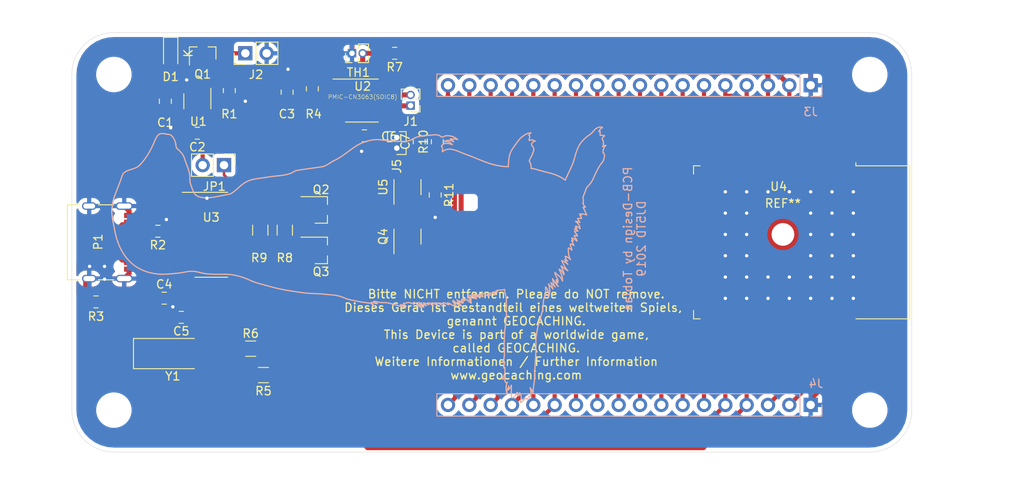
<source format=kicad_pcb>
(kicad_pcb (version 20171130) (host pcbnew 5.1.4-e60b266~84~ubuntu19.04.1)
  (layers (0 F.Cu signal) (31 B.Cu signal) (34 B.Paste user) (35 F.Paste user) (36 B.SilkS user) (37 F.SilkS user) (38 B.Mask user) (39 F.Mask user) (44 Edge.Cuts user))
  (net 0 "")
  (net 1 +BATT)
  (net 2 +3V3)
  (net 3 "Net-(C3-Pad1)")
  (net 4 "Net-(C4-Pad1)")
  (net 5 "Net-(C5-Pad1)")
  (net 6 +5V)
  (net 7 "Net-(J1-Pad1)")
  (net 8 "Net-(J1-Pad2)")
  (net 9 /SOLAR_IN)
  (net 10 /CHIP_PU)
  (net 11 /4)
  (net 12 /5)
  (net 13 /6)
  (net 14 /7)
  (net 15 /8)
  (net 16 /9)
  (net 17 /10)
  (net 18 /11)
  (net 19 /12)
  (net 20 /13)
  (net 21 /14)
  (net 22 /16)
  (net 23 /17)
  (net 24 /18)
  (net 25 /19)
  (net 26 /20)
  (net 27 /21)
  (net 28 /22)
  (net 29 /23)
  (net 30 /24)
  (net 31 /IO0)
  (net 32 /26)
  (net 33 /27)
  (net 34 /28)
  (net 35 /29)
  (net 36 /30)
  (net 37 /31)
  (net 38 /33)
  (net 39 /RXD0)
  (net 40 /TXD0)
  (net 41 /36)
  (net 42 /37)
  (net 43 "Net-(JP1-Pad1)")
  (net 44 "Net-(P1-PadA5)")
  (net 45 "Net-(P1-PadB5)")
  (net 46 "Net-(Q2-Pad1)")
  (net 47 "Net-(Q2-Pad2)")
  (net 48 "Net-(Q3-Pad2)")
  (net 49 "Net-(Q3-Pad1)")
  (net 50 "Net-(R4-Pad1)")
  (net 51 "Net-(R5-Pad2)")
  (net 52 "Net-(R6-Pad2)")
  (net 53 "Net-(R7-Pad2)")
  (net 54 "Net-(U1-Pad4)")
  (net 55 "Net-(U3-Pad9)")
  (net 56 "Net-(U3-Pad10)")
  (net 57 "Net-(U3-Pad11)")
  (net 58 "Net-(U3-Pad12)")
  (net 59 "Net-(U3-Pad15)")
  (net 60 "Net-(U4-Pad32)")
  (net 61 /D+)
  (net 62 /D-)
  (net 63 GND)
  (net 64 "Net-(C7-Pad2)")
  (net 65 "Net-(C7-Pad1)")
  (net 66 "Net-(Q4-Pad2)")
  (net 67 "Net-(Q4-Pad6)")
  (net 68 "Net-(Q4-Pad4)")
  (net 69 "Net-(R11-Pad1)")
  (module Package_TO_SOT_SMD:SOT-23-6_Handsoldering (layer F.Cu) (at 139.954 93.422 90)
    (fp_text reference U5 (at 0 -2.9 90) (layer F.SilkS))
    (fp_text value DW01B)
    (pad 1 smd rect (at -1.35 -0.95 90) (size 1.56 0.65) (layers F.Cu F.Paste F.Mask) (net 67 "Net-(Q4-Pad6)"))
    (pad 2 smd rect (at -1.35 0 90) (size 1.56 0.65) (layers F.Cu F.Paste F.Mask) (net 69 "Net-(R11-Pad1)"))
    (pad 3 smd rect (at -1.35 0.95 90) (size 1.56 0.65) (layers F.Cu F.Paste F.Mask) (net 68 "Net-(Q4-Pad4)"))
    (pad 4 smd rect (at 1.35 0.95 90) (size 1.56 0.65) (layers F.Cu F.Paste F.Mask))
    (pad 6 smd rect (at 1.35 -0.95 90) (size 1.56 0.65) (layers F.Cu F.Paste F.Mask) (net 64 "Net-(C7-Pad2)"))
    (pad 5 smd rect (at 1.35 0 90) (size 1.56 0.65) (layers F.Cu F.Paste F.Mask) (net 65 "Net-(C7-Pad1)"))
  )
  (module Resistor_SMD:R_0805_2012Metric_Pad1.15x1.40mm_HandSolder (layer F.Cu) (at 143.256 94.361 270)
    (fp_text reference R11 (at 0 -1.65 90) (layer F.SilkS))
    (fp_text value 1K)
    (pad 1 smd roundrect (at -1.025 0 270) (size 1.15 1.4) (layers F.Cu F.Paste F.Mask) (roundrect_rratio 0.217391) (net 69 "Net-(R11-Pad1)"))
    (pad 2 smd roundrect (at 1.025 0 270) (size 1.15 1.4) (layers F.Cu F.Paste F.Mask) (roundrect_rratio 0.217391) (net 63 GND))
  )
  (module Resistor_SMD:R_0805_2012Metric_Pad1.15x1.40mm_HandSolder (layer F.Cu) (at 143.51 88.011 90)
    (fp_text reference R10 (at 0 -1.65 90) (layer F.SilkS))
    (fp_text value 100R)
    (pad 1 smd roundrect (at -1.025 0 90) (size 1.15 1.4) (layers F.Cu F.Paste F.Mask) (roundrect_rratio 0.217391) (net 65 "Net-(C7-Pad1)"))
    (pad 2 smd roundrect (at 1.025 0 90) (size 1.15 1.4) (layers F.Cu F.Paste F.Mask) (roundrect_rratio 0.217391) (net 1 +BATT))
  )
  (module Package_TO_SOT_SMD:SOT-23-6_Handsoldering (layer F.Cu) (at 139.954 99.314 90)
    (fp_text reference Q4 (at 0 -2.9 90) (layer F.SilkS))
    (fp_text value SE8810A)
    (pad 1 smd rect (at -1.35 -0.95 90) (size 1.56 0.65) (layers F.Cu F.Paste F.Mask) (net 64 "Net-(C7-Pad2)"))
    (pad 2 smd rect (at -1.35 0 90) (size 1.56 0.65) (layers F.Cu F.Paste F.Mask) (net 66 "Net-(Q4-Pad2)"))
    (pad 3 smd rect (at -1.35 0.95 90) (size 1.56 0.65) (layers F.Cu F.Paste F.Mask) (net 63 GND))
    (pad 4 smd rect (at 1.35 0.95 90) (size 1.56 0.65) (layers F.Cu F.Paste F.Mask) (net 68 "Net-(Q4-Pad4)"))
    (pad 6 smd rect (at 1.35 -0.95 90) (size 1.56 0.65) (layers F.Cu F.Paste F.Mask) (net 67 "Net-(Q4-Pad6)"))
    (pad 5 smd rect (at 1.35 0 90) (size 1.56 0.65) (layers F.Cu F.Paste F.Mask) (net 66 "Net-(Q4-Pad2)"))
  )
  (module Capacitor_SMD:C_0805_2012Metric_Pad1.15x1.40mm_HandSolder (layer F.Cu) (at 141.351 88.011 90)
    (fp_text reference C7 (at 0 -1.65 90) (layer F.SilkS))
    (fp_text value 0.1uF)
    (pad 1 smd roundrect (at -1.025 0 90) (size 1.15 1.4) (layers F.Cu F.Paste F.Mask) (roundrect_rratio 0.217391) (net 65 "Net-(C7-Pad1)"))
    (pad 2 smd roundrect (at 1.025 0 90) (size 1.15 1.4) (layers F.Cu F.Paste F.Mask) (roundrect_rratio 0.217391) (net 64 "Net-(C7-Pad2)"))
  )
  (module Connector_PinHeader_2.54mm:PinHeader_1x18_P2.54mm_Vertical (layer B.Cu) (at 187.96 81.28 90)
    (fp_text reference J3 (at -3.175 0 180) (layer B.SilkS) (effects (justify mirror)))
    (fp_text value Conn_01x18)
    (pad 18 thru_hole oval (at 0 -43.18 90) (size 1.7 1.7) (drill 1) (layers *.Cu *.Mask) (net 25 /19))
    (pad 17 thru_hole oval (at 0 -40.64 90) (size 1.7 1.7) (drill 1) (layers *.Cu *.Mask) (net 24 /18))
    (pad 16 thru_hole oval (at 0 -38.1 90) (size 1.7 1.7) (drill 1) (layers *.Cu *.Mask) (net 23 /17))
    (pad 15 thru_hole oval (at 0 -35.56 90) (size 1.7 1.7) (drill 1) (layers *.Cu *.Mask) (net 22 /16))
    (pad 14 thru_hole oval (at 0 -33.02 90) (size 1.7 1.7) (drill 1) (layers *.Cu *.Mask) (net 21 /14))
    (pad 13 thru_hole oval (at 0 -30.48 90) (size 1.7 1.7) (drill 1) (layers *.Cu *.Mask) (net 20 /13))
    (pad 12 thru_hole oval (at 0 -27.94 90) (size 1.7 1.7) (drill 1) (layers *.Cu *.Mask) (net 19 /12))
    (pad 11 thru_hole oval (at 0 -25.4 90) (size 1.7 1.7) (drill 1) (layers *.Cu *.Mask) (net 18 /11))
    (pad 10 thru_hole oval (at 0 -22.86 90) (size 1.7 1.7) (drill 1) (layers *.Cu *.Mask) (net 17 /10))
    (pad 9 thru_hole oval (at 0 -20.32 90) (size 1.7 1.7) (drill 1) (layers *.Cu *.Mask) (net 16 /9))
    (pad 8 thru_hole oval (at 0 -17.78 90) (size 1.7 1.7) (drill 1) (layers *.Cu *.Mask) (net 15 /8))
    (pad 7 thru_hole oval (at 0 -15.24 90) (size 1.7 1.7) (drill 1) (layers *.Cu *.Mask) (net 14 /7))
    (pad 6 thru_hole oval (at 0 -12.7 90) (size 1.7 1.7) (drill 1) (layers *.Cu *.Mask) (net 13 /6))
    (pad 5 thru_hole oval (at 0 -10.16 90) (size 1.7 1.7) (drill 1) (layers *.Cu *.Mask) (net 12 /5))
    (pad 4 thru_hole oval (at 0 -7.62 90) (size 1.7 1.7) (drill 1) (layers *.Cu *.Mask) (net 11 /4))
    (pad 3 thru_hole oval (at 0 -5.08 90) (size 1.7 1.7) (drill 1) (layers *.Cu *.Mask) (net 10 /CHIP_PU))
    (pad 2 thru_hole oval (at 0 -2.54 90) (size 1.7 1.7) (drill 1) (layers *.Cu *.Mask) (net 2 +3V3))
    (pad 1 thru_hole rect (at 0 0 90) (size 1.7 1.7) (drill 1) (layers *.Cu *.Mask) (net 63 GND))
  )
  (module Connector_PinHeader_2.54mm:PinHeader_1x18_P2.54mm_Vertical (layer B.Cu) (at 187.96 119.38 90)
    (fp_text reference J4 (at 2.54 0.635 180) (layer B.SilkS) (effects (justify mirror)))
    (fp_text value Conn_01x18)
    (pad 18 thru_hole oval (at 0 -43.18 90) (size 1.7 1.7) (drill 1) (layers *.Cu *.Mask) (net 26 /20))
    (pad 17 thru_hole oval (at 0 -40.64 90) (size 1.7 1.7) (drill 1) (layers *.Cu *.Mask) (net 27 /21))
    (pad 16 thru_hole oval (at 0 -38.1 90) (size 1.7 1.7) (drill 1) (layers *.Cu *.Mask) (net 28 /22))
    (pad 15 thru_hole oval (at 0 -35.56 90) (size 1.7 1.7) (drill 1) (layers *.Cu *.Mask) (net 29 /23))
    (pad 14 thru_hole oval (at 0 -33.02 90) (size 1.7 1.7) (drill 1) (layers *.Cu *.Mask) (net 30 /24))
    (pad 13 thru_hole oval (at 0 -30.48 90) (size 1.7 1.7) (drill 1) (layers *.Cu *.Mask) (net 31 /IO0))
    (pad 12 thru_hole oval (at 0 -27.94 90) (size 1.7 1.7) (drill 1) (layers *.Cu *.Mask) (net 32 /26))
    (pad 11 thru_hole oval (at 0 -25.4 90) (size 1.7 1.7) (drill 1) (layers *.Cu *.Mask) (net 33 /27))
    (pad 10 thru_hole oval (at 0 -22.86 90) (size 1.7 1.7) (drill 1) (layers *.Cu *.Mask) (net 34 /28))
    (pad 9 thru_hole oval (at 0 -20.32 90) (size 1.7 1.7) (drill 1) (layers *.Cu *.Mask) (net 35 /29))
    (pad 8 thru_hole oval (at 0 -17.78 90) (size 1.7 1.7) (drill 1) (layers *.Cu *.Mask) (net 36 /30))
    (pad 7 thru_hole oval (at 0 -15.24 90) (size 1.7 1.7) (drill 1) (layers *.Cu *.Mask) (net 37 /31))
    (pad 6 thru_hole oval (at 0 -12.7 90) (size 1.7 1.7) (drill 1) (layers *.Cu *.Mask) (net 38 /33))
    (pad 5 thru_hole oval (at 0 -10.16 90) (size 1.7 1.7) (drill 1) (layers *.Cu *.Mask) (net 39 /RXD0))
    (pad 4 thru_hole oval (at 0 -7.62 90) (size 1.7 1.7) (drill 1) (layers *.Cu *.Mask) (net 40 /TXD0))
    (pad 3 thru_hole oval (at 0 -5.08 90) (size 1.7 1.7) (drill 1) (layers *.Cu *.Mask) (net 41 /36))
    (pad 2 thru_hole oval (at 0 -2.54 90) (size 1.7 1.7) (drill 1) (layers *.Cu *.Mask) (net 42 /37))
    (pad 1 thru_hole rect (at 0 0 90) (size 1.7 1.7) (drill 1) (layers *.Cu *.Mask) (net 63 GND))
  )
  (module MountingHole:MountingHole_2.7mm (layer F.Cu) (at 184.658 99.06)
    (fp_text reference REF** (at 0 -3.7) (layer F.SilkS))
    (fp_text value MountingHole_2.7mm)
    (pad 1 np_thru_hole circle (at 0 0) (size 2.7 2.7) (drill 2.7) (layers *.Cu *.Mask))
  )
  (module MountingHole:MountingHole_3.2mm_M3 (layer F.Cu) (at 195 120)
    (fp_text reference REF** hide)
    (fp_text value MountingHole_3.2mm_M3)
    (pad 1 np_thru_hole circle (at 0 0) (size 3.2 3.2) (drill 3.2) (layers *.Cu *.Mask))
  )
  (module Resistor_SMD:R_1206_3216Metric_Pad1.42x1.75mm_HandSolder (layer F.Cu) (at 125.349 98.552 270)
    (fp_text reference R8 (at 3.302 0 180) (layer F.SilkS))
    (fp_text value 12K)
    (pad 2 smd roundrect (at 1.4875 0 270) (size 1.425 1.75) (layers F.Cu F.Paste F.Mask) (roundrect_rratio 0.175439) (net 49 "Net-(Q3-Pad1)"))
    (pad 1 smd roundrect (at -1.4875 0 270) (size 1.425 1.75) (layers F.Cu F.Paste F.Mask) (roundrect_rratio 0.175439) (net 47 "Net-(Q2-Pad2)"))
  )
  (module Resistor_SMD:R_1206_3216Metric_Pad1.42x1.75mm_HandSolder (layer F.Cu) (at 122.428 98.552 90)
    (fp_text reference R9 (at -3.302 -0.127 180) (layer F.SilkS))
    (fp_text value 12K)
    (pad 2 smd roundrect (at 1.4875 0 90) (size 1.425 1.75) (layers F.Cu F.Paste F.Mask) (roundrect_rratio 0.175439) (net 46 "Net-(Q2-Pad1)"))
    (pad 1 smd roundrect (at -1.4875 0 90) (size 1.425 1.75) (layers F.Cu F.Paste F.Mask) (roundrect_rratio 0.175439) (net 48 "Net-(Q3-Pad2)"))
  )
  (module Resistor_SMD:R_1206_3216Metric_Pad1.42x1.75mm_HandSolder (layer F.Cu) (at 121.285 112.6744 180)
    (fp_text reference R6 (at 0 1.8034) (layer F.SilkS))
    (fp_text value 470)
    (pad 2 smd roundrect (at 1.4875 0 180) (size 1.425 1.75) (layers F.Cu F.Paste F.Mask) (roundrect_rratio 0.175439) (net 52 "Net-(R6-Pad2)"))
    (pad 1 smd roundrect (at -1.4875 0 180) (size 1.425 1.75) (layers F.Cu F.Paste F.Mask) (roundrect_rratio 0.175439) (net 39 /RXD0))
  )
  (module Resistor_SMD:R_1206_3216Metric_Pad1.42x1.75mm_HandSolder (layer F.Cu) (at 122.809 115.824 180)
    (fp_text reference R5 (at 0 -1.905) (layer F.SilkS))
    (fp_text value 470)
    (pad 2 smd roundrect (at 1.4875 0 180) (size 1.425 1.75) (layers F.Cu F.Paste F.Mask) (roundrect_rratio 0.175439) (net 51 "Net-(R5-Pad2)"))
    (pad 1 smd roundrect (at -1.4875 0 180) (size 1.425 1.75) (layers F.Cu F.Paste F.Mask) (roundrect_rratio 0.175439) (net 40 /TXD0))
  )
  (module Resistor_SMD:R_0805_2012Metric_Pad1.15x1.40mm_HandSolder (layer F.Cu) (at 110.236 98.679 180)
    (fp_text reference R2 (at 0 -1.65) (layer F.SilkS))
    (fp_text value 5.1K)
    (pad 2 smd roundrect (at 1.025 0 180) (size 1.15 1.4) (layers F.Cu F.Paste F.Mask) (roundrect_rratio 0.217391) (net 44 "Net-(P1-PadA5)"))
    (pad 1 smd roundrect (at -1.025 0 180) (size 1.15 1.4) (layers F.Cu F.Paste F.Mask) (roundrect_rratio 0.217391) (net 63 GND))
  )
  (module Connector_PinHeader_1.27mm:PinHeader_1x02_P1.27mm_Vertical (layer F.Cu) (at 138.684 88.773 180)
    (fp_text reference J5 (at 0 -2.159 270) (layer F.SilkS))
    (fp_text value Battery)
    (pad 1 thru_hole rect (at 0 0 180) (size 1 1) (drill 0.65) (layers *.Cu *.Mask) (net 64 "Net-(C7-Pad2)"))
    (pad 2 thru_hole oval (at 0 1.27 180) (size 1 1) (drill 0.65) (layers *.Cu *.Mask) (net 1 +BATT))
  )
  (module Capacitor_SMD:C_0805_2012Metric_Pad1.15x1.40mm_HandSolder (layer F.Cu) (at 113.0255 108.9425 180)
    (fp_text reference C5 (at 0 -1.65) (layer F.SilkS))
    (fp_text value 22pF)
    (pad 1 smd roundrect (at -1.025 0 180) (size 1.15 1.4) (layers F.Cu F.Paste F.Mask) (roundrect_rratio 0.217391) (net 5 "Net-(C5-Pad1)"))
    (pad 2 smd roundrect (at 1.025 0 180) (size 1.15 1.4) (layers F.Cu F.Paste F.Mask) (roundrect_rratio 0.217391) (net 63 GND))
  )
  (module Diode_SMD:D_SOD-323_HandSoldering (layer F.Cu) (at 111.76 77.47 270)
    (fp_text reference D1 (at 2.794 0 180) (layer F.SilkS))
    (fp_text value 1N5817)
    (fp_text user K (at 0 -2.1 270) (layer F.SilkS))
    (pad 2 smd rect (at 1.25 0 270) (size 1 1) (layers F.Cu F.Paste F.Mask) (net 6 +5V))
    (pad 1 smd rect (at -1.25 0 270) (size 1 1) (layers F.Cu F.Paste F.Mask) (net 3 "Net-(C3-Pad1)"))
  )
  (module Package_SO:SOIC-8_3.9x4.9mm_P1.27mm (layer F.Cu) (at 134.527 83.104)
    (fp_text reference U2 (at 0.093 -1.697 180) (layer F.SilkS))
    (fp_text value "PMIC-CN3063(SOIC8)" (at 0.093 -0.427 180) (layer F.SilkS) (effects (font (size 0.500657 0.500657) (thickness 0.05))))
    (pad 8 smd roundrect (at 2.475 -1.905) (size 1.95 0.6) (layers F.Cu F.Paste F.Mask) (net 1 +BATT))
    (pad 7 smd roundrect (at 2.475 -0.635) (size 1.95 0.6) (layers F.Cu F.Paste F.Mask) (net 8 "Net-(J1-Pad2)"))
    (pad 6 smd roundrect (at 2.475 0.635) (size 1.95 0.6) (layers F.Cu F.Paste F.Mask) (net 7 "Net-(J1-Pad1)"))
    (pad 5 smd roundrect (at 2.475 1.905) (size 1.95 0.6) (layers F.Cu F.Paste F.Mask) (net 1 +BATT))
    (pad 4 smd roundrect (at -2.475 1.905) (size 1.95 0.6) (layers F.Cu F.Paste F.Mask) (net 3 "Net-(C3-Pad1)"))
    (pad 3 smd roundrect (at -2.475 0.635) (size 1.95 0.6) (layers F.Cu F.Paste F.Mask) (net 63 GND))
    (pad 2 smd roundrect (at -2.475 -0.635) (size 1.95 0.6) (layers F.Cu F.Paste F.Mask) (net 50 "Net-(R4-Pad1)"))
    (pad 1 smd roundrect (at -2.475 -1.905) (size 1.95 0.6) (layers F.Cu F.Paste F.Mask) (net 53 "Net-(R7-Pad2)"))
  )
  (module Package_TO_SOT_SMD:SOT-23_Handsoldering (layer F.Cu) (at 129.667 96.139)
    (fp_text reference Q2 (at 0 -2.413) (layer F.SilkS))
    (fp_text value S8050)
    (pad 3 smd rect (at 1.5 0) (size 1.9 0.8) (layers F.Cu F.Paste F.Mask) (net 10 /CHIP_PU))
    (pad 2 smd rect (at -1.5 0.95) (size 1.9 0.8) (layers F.Cu F.Paste F.Mask) (net 47 "Net-(Q2-Pad2)"))
    (pad 1 smd rect (at -1.5 -0.95) (size 1.9 0.8) (layers F.Cu F.Paste F.Mask) (net 46 "Net-(Q2-Pad1)"))
  )
  (module Package_TO_SOT_SMD:SOT-23_Handsoldering (layer F.Cu) (at 129.667 100.965)
    (fp_text reference Q3 (at 0 2.54) (layer F.SilkS))
    (fp_text value S8050)
    (pad 3 smd rect (at 1.5 0) (size 1.9 0.8) (layers F.Cu F.Paste F.Mask) (net 31 /IO0))
    (pad 2 smd rect (at -1.5 0.95) (size 1.9 0.8) (layers F.Cu F.Paste F.Mask) (net 48 "Net-(Q3-Pad2)"))
    (pad 1 smd rect (at -1.5 -0.95) (size 1.9 0.8) (layers F.Cu F.Paste F.Mask) (net 49 "Net-(Q3-Pad1)"))
  )
  (module Crystal:Crystal_SMD_5032-2Pin_5.0x3.2mm_HandSoldering (layer F.Cu) (at 111.8825 113.2605)
    (fp_text reference Y1 (at 0.1315 2.6905) (layer F.SilkS))
    (fp_text value "12 MHz")
    (pad 2 smd rect (at 2.6 0) (size 3.5 2.4) (layers F.Cu F.Paste F.Mask) (net 5 "Net-(C5-Pad1)"))
    (pad 1 smd rect (at -2.6 0) (size 3.5 2.4) (layers F.Cu F.Paste F.Mask) (net 4 "Net-(C4-Pad1)"))
  )
  (module MountingHole:MountingHole_3.2mm_M3 (layer F.Cu) (at 105 80)
    (fp_text reference REF** hide)
    (fp_text value MountingHole_3.2mm_M3)
    (pad 1 np_thru_hole circle (at 0 0) (size 3.2 3.2) (drill 3.2) (layers *.Cu *.Mask))
  )
  (module MountingHole:MountingHole_3.2mm_M3 (layer F.Cu) (at 195 80)
    (fp_text reference REF** hide)
    (fp_text value MountingHole_3.2mm_M3)
    (pad 1 np_thru_hole circle (at 0 0) (size 3.2 3.2) (drill 3.2) (layers *.Cu *.Mask))
  )
  (module MountingHole:MountingHole_3.2mm_M3 (layer F.Cu) (at 105 120)
    (fp_text reference REF** hide)
    (fp_text value MountingHole_3.2mm_M3)
    (pad 1 np_thru_hole circle (at 0 0) (size 3.2 3.2) (drill 3.2) (layers *.Cu *.Mask))
  )
  (module Capacitor_SMD:C_0805_2012Metric_Pad1.15x1.40mm_HandSolder (layer F.Cu) (at 111.125 83.185 270)
    (fp_text reference C1 (at 2.54 0 180) (layer F.SilkS))
    (fp_text value 10uF)
    (pad 2 smd roundrect (at 1.025 0 270) (size 1.15 1.4) (layers F.Cu F.Paste F.Mask) (roundrect_rratio 0.217391) (net 63 GND))
    (pad 1 smd roundrect (at -1.025 0 270) (size 1.15 1.4) (layers F.Cu F.Paste F.Mask) (roundrect_rratio 0.217391) (net 1 +BATT))
  )
  (module Capacitor_SMD:C_0805_2012Metric_Pad1.15x1.40mm_HandSolder (layer F.Cu) (at 114.935 86.995 180)
    (fp_text reference C2 (at 0 -1.651 180) (layer F.SilkS))
    (fp_text value 10uF)
    (pad 2 smd roundrect (at 1.025 0 180) (size 1.15 1.4) (layers F.Cu F.Paste F.Mask) (roundrect_rratio 0.217391) (net 63 GND))
    (pad 1 smd roundrect (at -1.025 0 180) (size 1.15 1.4) (layers F.Cu F.Paste F.Mask) (roundrect_rratio 0.217391) (net 2 +3V3))
  )
  (module Capacitor_SMD:C_0805_2012Metric_Pad1.15x1.40mm_HandSolder (layer F.Cu) (at 125.627 82.104 90)
    (fp_text reference C3 (at -2.605 -0.024 180) (layer F.SilkS))
    (fp_text value 4.7uF)
    (pad 1 smd roundrect (at -1.025 0 90) (size 1.15 1.4) (layers F.Cu F.Paste F.Mask) (roundrect_rratio 0.217391) (net 3 "Net-(C3-Pad1)"))
    (pad 2 smd roundrect (at 1.025 0 90) (size 1.15 1.4) (layers F.Cu F.Paste F.Mask) (roundrect_rratio 0.217391) (net 63 GND))
  )
  (module Capacitor_SMD:C_0805_2012Metric_Pad1.15x1.40mm_HandSolder (layer F.Cu) (at 110.9935 106.6565)
    (fp_text reference C4 (at 0 -1.65) (layer F.SilkS))
    (fp_text value 22pF)
    (pad 2 smd roundrect (at 1.025 0) (size 1.15 1.4) (layers F.Cu F.Paste F.Mask) (roundrect_rratio 0.217391) (net 63 GND))
    (pad 1 smd roundrect (at -1.025 0) (size 1.15 1.4) (layers F.Cu F.Paste F.Mask) (roundrect_rratio 0.217391) (net 4 "Net-(C4-Pad1)"))
  )
  (module Capacitor_SMD:C_0805_2012Metric_Pad1.15x1.40mm_HandSolder (layer F.Cu) (at 134.827 87.304 180)
    (fp_text reference C6 (at -2.968 -0.072) (layer F.SilkS))
    (fp_text value 4.7uF)
    (pad 1 smd roundrect (at -1.025 0 180) (size 1.15 1.4) (layers F.Cu F.Paste F.Mask) (roundrect_rratio 0.217391) (net 1 +BATT))
    (pad 2 smd roundrect (at 1.025 0 180) (size 1.15 1.4) (layers F.Cu F.Paste F.Mask) (roundrect_rratio 0.217391) (net 63 GND))
  )
  (module Connector_PinHeader_1.27mm:PinHeader_1x02_P1.27mm_Vertical (layer F.Cu) (at 140.327 83.704 180)
    (fp_text reference J1 (at -0.008 -1.894) (layer F.SilkS))
    (fp_text value Conn_01x02)
    (pad 1 thru_hole rect (at 0 0 180) (size 1 1) (drill 0.65) (layers *.Cu *.Mask) (net 7 "Net-(J1-Pad1)"))
    (pad 2 thru_hole oval (at 0 1.27 180) (size 1 1) (drill 0.65) (layers *.Cu *.Mask) (net 8 "Net-(J1-Pad2)"))
  )
  (module Connector_PinHeader_2.54mm:PinHeader_1x02_P2.54mm_Vertical (layer F.Cu) (at 120.65 77.47 90)
    (fp_text reference J2 (at -2.54 1.27 180) (layer F.SilkS))
    (fp_text value Conn_01x02)
    (pad 2 thru_hole oval (at 0 2.54 90) (size 1.7 1.7) (drill 1) (layers *.Cu *.Mask) (net 63 GND))
    (pad 1 thru_hole rect (at 0 0 90) (size 1.7 1.7) (drill 1) (layers *.Cu *.Mask) (net 9 /SOLAR_IN))
  )
  (module Connector_PinHeader_2.54mm:PinHeader_1x02_P2.54mm_Vertical (layer F.Cu) (at 118.11 90.805 270)
    (fp_text reference JP1 (at 2.54 1.143 180) (layer F.SilkS))
    (fp_text value Jumper_2_Open)
    (pad 1 thru_hole rect (at 0 0 270) (size 1.7 1.7) (drill 1) (layers *.Cu *.Mask) (net 43 "Net-(JP1-Pad1)"))
    (pad 2 thru_hole oval (at 0 2.54 270) (size 1.7 1.7) (drill 1) (layers *.Cu *.Mask) (net 2 +3V3))
  )
  (module Connector_USB:USB_C_Receptacle_Palconn_UTC16-G (layer F.Cu) (at 104.3 100 270)
    (fp_text reference P1 (at -0.051 1.176 90) (layer F.SilkS))
    (fp_text value USB_C)
    (pad A12 smd rect (at 3.2 -2.51 270) (size 0.6 1.16) (layers F.Cu F.Paste F.Mask) (net 63 GND))
    (pad A9 smd rect (at 2.4 -2.51 270) (size 0.6 1.16) (layers F.Cu F.Paste F.Mask) (net 6 +5V))
    (pad B1 smd rect (at 3.2 -2.51 270) (size 0.6 1.16) (layers F.Cu F.Paste F.Mask) (net 63 GND))
    (pad B4 smd rect (at 2.4 -2.51 270) (size 0.6 1.16) (layers F.Cu F.Paste F.Mask) (net 6 +5V))
    (pad B12 smd rect (at -3.2 -2.51 270) (size 0.6 1.16) (layers F.Cu F.Paste F.Mask) (net 63 GND))
    (pad A1 smd rect (at -3.2 -2.51 270) (size 0.6 1.16) (layers F.Cu F.Paste F.Mask) (net 63 GND))
    (pad B9 smd rect (at -2.4 -2.51 270) (size 0.6 1.16) (layers F.Cu F.Paste F.Mask) (net 6 +5V))
    (pad A4 smd rect (at -2.4 -2.51 270) (size 0.6 1.16) (layers F.Cu F.Paste F.Mask) (net 6 +5V))
    (pad "" np_thru_hole circle (at -2.89 -1.45 90) (size 0.6 0.6) (drill 0.6) (layers *.Cu *.Mask))
    (pad "" np_thru_hole circle (at 2.89 -1.45 90) (size 0.6 0.6) (drill 0.6) (layers *.Cu *.Mask))
    (pad B5 smd rect (at 1.75 -2.51 90) (size 0.3 1.16) (layers F.Cu F.Paste F.Mask) (net 45 "Net-(P1-PadB5)"))
    (pad B6 smd rect (at 0.75 -2.51 90) (size 0.3 1.16) (layers F.Cu F.Paste F.Mask))
    (pad A8 smd rect (at 1.25 -2.51 90) (size 0.3 1.16) (layers F.Cu F.Paste F.Mask))
    (pad A5 smd rect (at -1.25 -2.51 90) (size 0.3 1.16) (layers F.Cu F.Paste F.Mask) (net 44 "Net-(P1-PadA5)"))
    (pad B8 smd rect (at -1.75 -2.51 90) (size 0.3 1.16) (layers F.Cu F.Paste F.Mask))
    (pad A7 smd rect (at 0.25 -2.51 90) (size 0.3 1.16) (layers F.Cu F.Paste F.Mask) (net 62 /D-))
    (pad A6 smd rect (at -0.25 -2.51 90) (size 0.3 1.16) (layers F.Cu F.Paste F.Mask) (net 61 /D+))
    (pad B7 smd rect (at -0.75 -2.51 90) (size 0.3 1.16) (layers F.Cu F.Paste F.Mask))
    (pad S1 thru_hole oval (at 4.32 2.24) (size 1.7 0.9) (drill oval 1.4 0.6) (layers *.Cu *.Mask) (net 63 GND))
    (pad S1 thru_hole oval (at -4.32 2.24) (size 1.7 0.9) (drill oval 1.4 0.6) (layers *.Cu *.Mask) (net 63 GND))
    (pad S1 thru_hole oval (at 4.32 -1.93) (size 2 0.9) (drill oval 1.7 0.6) (layers *.Cu *.Mask) (net 63 GND))
    (pad S1 thru_hole oval (at -4.32 -1.93) (size 2 0.9) (drill oval 1.7 0.6) (layers *.Cu *.Mask) (net 63 GND))
  )
  (module Package_TO_SOT_SMD:SOT-23 (layer F.Cu) (at 115.57 77.47 90)
    (fp_text reference Q1 (at -2.5 0 180) (layer F.SilkS))
    (fp_text value DMG2301L)
    (pad 1 smd rect (at -1 -0.95 90) (size 0.9 0.8) (layers F.Cu F.Paste F.Mask) (net 6 +5V))
    (pad 2 smd rect (at -1 0.95 90) (size 0.9 0.8) (layers F.Cu F.Paste F.Mask) (net 9 /SOLAR_IN))
    (pad 3 smd rect (at 1 0 90) (size 0.9 0.8) (layers F.Cu F.Paste F.Mask) (net 3 "Net-(C3-Pad1)"))
  )
  (module Resistor_SMD:R_0805_2012Metric_Pad1.15x1.40mm_HandSolder (layer F.Cu) (at 118.745 81.915 270)
    (fp_text reference R1 (at 2.794 0 180) (layer F.SilkS))
    (fp_text value 1K)
    (pad 1 smd roundrect (at -1.025 0 270) (size 1.15 1.4) (layers F.Cu F.Paste F.Mask) (roundrect_rratio 0.217391) (net 6 +5V))
    (pad 2 smd roundrect (at 1.025 0 270) (size 1.15 1.4) (layers F.Cu F.Paste F.Mask) (roundrect_rratio 0.217391) (net 63 GND))
  )
  (module Resistor_SMD:R_0805_2012Metric_Pad1.15x1.40mm_HandSolder (layer F.Cu) (at 102.87 107.1)
    (fp_text reference R3 (at 0 1.739) (layer F.SilkS))
    (fp_text value 5.1K)
    (pad 1 smd roundrect (at -1.025 0) (size 1.15 1.4) (layers F.Cu F.Paste F.Mask) (roundrect_rratio 0.217391) (net 63 GND))
    (pad 2 smd roundrect (at 1.025 0) (size 1.15 1.4) (layers F.Cu F.Paste F.Mask) (roundrect_rratio 0.217391) (net 45 "Net-(P1-PadB5)"))
  )
  (module Resistor_SMD:R_0805_2012Metric_Pad1.15x1.40mm_HandSolder (layer F.Cu) (at 128.627 81.704 270)
    (fp_text reference R4 (at 3.005 -0.151 180) (layer F.SilkS))
    (fp_text value 3.6K)
    (pad 1 smd roundrect (at -1.025 0 270) (size 1.15 1.4) (layers F.Cu F.Paste F.Mask) (roundrect_rratio 0.217391) (net 50 "Net-(R4-Pad1)"))
    (pad 2 smd roundrect (at 1.025 0 270) (size 1.15 1.4) (layers F.Cu F.Paste F.Mask) (roundrect_rratio 0.217391) (net 63 GND))
  )
  (module Resistor_SMD:R_0805_2012Metric_Pad1.15x1.40mm_HandSolder (layer F.Cu) (at 138.43 77.47 180)
    (fp_text reference R7 (at 0 -1.65) (layer F.SilkS))
    (fp_text value 4.7K)
    (pad 2 smd roundrect (at 1.025 0 180) (size 1.15 1.4) (layers F.Cu F.Paste F.Mask) (roundrect_rratio 0.217391) (net 53 "Net-(R7-Pad2)"))
    (pad 1 smd roundrect (at -1.025 0 180) (size 1.15 1.4) (layers F.Cu F.Paste F.Mask) (roundrect_rratio 0.217391) (net 3 "Net-(C3-Pad1)"))
  )
  (module Connector_PinHeader_1.27mm:PinHeader_1x02_P1.27mm_Vertical (layer F.Cu) (at 133.35 77.47 90)
    (fp_text reference TH1 (at -2.286 0.762 180) (layer F.SilkS))
    (fp_text value Thermistor_NTC)
    (pad 2 thru_hole oval (at 0 1.27 90) (size 1 1) (drill 0.65) (layers *.Cu *.Mask) (net 53 "Net-(R7-Pad2)"))
    (pad 1 thru_hole rect (at 0 0 90) (size 1 1) (drill 0.65) (layers *.Cu *.Mask) (net 63 GND))
  )
  (module Package_TO_SOT_SMD:SOT-23-5 (layer F.Cu) (at 114.935 83.185 270)
    (fp_text reference U1 (at 2.413 -0.127 180) (layer F.SilkS))
    (fp_text value XC6220B331MR)
    (pad 1 smd rect (at -1.1 -0.95 270) (size 1.06 0.65) (layers F.Cu F.Paste F.Mask) (net 1 +BATT))
    (pad 2 smd rect (at -1.1 0 270) (size 1.06 0.65) (layers F.Cu F.Paste F.Mask) (net 63 GND))
    (pad 3 smd rect (at -1.1 0.95 270) (size 1.06 0.65) (layers F.Cu F.Paste F.Mask) (net 1 +BATT))
    (pad 4 smd rect (at 1.1 0.95 270) (size 1.06 0.65) (layers F.Cu F.Paste F.Mask) (net 54 "Net-(U1-Pad4)"))
    (pad 5 smd rect (at 1.1 -0.95 270) (size 1.06 0.65) (layers F.Cu F.Paste F.Mask) (net 2 +3V3))
  )
  (module Package_SO:SOIC-16_3.9x9.9mm_P1.27mm (layer F.Cu) (at 116.6 99.1)
    (fp_text reference U3 (at -0.014 -2.072) (layer F.SilkS))
    (fp_text value CH340G)
    (pad 1 smd roundrect (at -2.475 -4.445) (size 1.95 0.6) (layers F.Cu F.Paste F.Mask) (net 63 GND))
    (pad 2 smd roundrect (at -2.475 -3.175) (size 1.95 0.6) (layers F.Cu F.Paste F.Mask) (net 51 "Net-(R5-Pad2)"))
    (pad 3 smd roundrect (at -2.475 -1.905) (size 1.95 0.6) (layers F.Cu F.Paste F.Mask) (net 52 "Net-(R6-Pad2)"))
    (pad 4 smd roundrect (at -2.475 -0.635) (size 1.95 0.6) (layers F.Cu F.Paste F.Mask) (net 43 "Net-(JP1-Pad1)"))
    (pad 5 smd roundrect (at -2.475 0.635) (size 1.95 0.6) (layers F.Cu F.Paste F.Mask) (net 61 /D+))
    (pad 6 smd roundrect (at -2.475 1.905) (size 1.95 0.6) (layers F.Cu F.Paste F.Mask) (net 62 /D-))
    (pad 7 smd roundrect (at -2.475 3.175) (size 1.95 0.6) (layers F.Cu F.Paste F.Mask) (net 4 "Net-(C4-Pad1)"))
    (pad 8 smd roundrect (at -2.475 4.445) (size 1.95 0.6) (layers F.Cu F.Paste F.Mask) (net 5 "Net-(C5-Pad1)"))
    (pad 9 smd roundrect (at 2.475 4.445) (size 1.95 0.6) (layers F.Cu F.Paste F.Mask) (net 55 "Net-(U3-Pad9)"))
    (pad 10 smd roundrect (at 2.475 3.175) (size 1.95 0.6) (layers F.Cu F.Paste F.Mask) (net 56 "Net-(U3-Pad10)"))
    (pad 11 smd roundrect (at 2.475 1.905) (size 1.95 0.6) (layers F.Cu F.Paste F.Mask) (net 57 "Net-(U3-Pad11)"))
    (pad 12 smd roundrect (at 2.475 0.635) (size 1.95 0.6) (layers F.Cu F.Paste F.Mask) (net 58 "Net-(U3-Pad12)"))
    (pad 13 smd roundrect (at 2.475 -0.635) (size 1.95 0.6) (layers F.Cu F.Paste F.Mask) (net 49 "Net-(Q3-Pad1)"))
    (pad 14 smd roundrect (at 2.475 -1.905) (size 1.95 0.6) (layers F.Cu F.Paste F.Mask) (net 46 "Net-(Q2-Pad1)"))
    (pad 15 smd roundrect (at 2.475 -3.175) (size 1.95 0.6) (layers F.Cu F.Paste F.Mask) (net 59 "Net-(U3-Pad15)"))
    (pad 16 smd roundrect (at 2.475 -4.445) (size 1.95 0.6) (layers F.Cu F.Paste F.Mask) (net 43 "Net-(JP1-Pad1)"))
  )
  (module RF_Module:ESP32-WROOM-32 (layer F.Cu) (at 183.896 100 270)
    (fp_text reference U4 (at -6.655 -0.254) (layer F.SilkS))
    (fp_text value ESP32-WROOM-32)
    (pad 39 smd rect (at -1 -0.755 270) (size 5 5) (layers F.Cu F.Paste F.Mask))
    (pad 1 smd rect (at -8.5 -8.255 270) (size 2 0.9) (layers F.Cu F.Paste F.Mask) (net 63 GND))
    (pad 2 smd rect (at -8.5 -6.985 270) (size 2 0.9) (layers F.Cu F.Paste F.Mask) (net 2 +3V3))
    (pad 3 smd rect (at -8.5 -5.715 270) (size 2 0.9) (layers F.Cu F.Paste F.Mask) (net 10 /CHIP_PU))
    (pad 4 smd rect (at -8.5 -4.445 270) (size 2 0.9) (layers F.Cu F.Paste F.Mask) (net 11 /4))
    (pad 5 smd rect (at -8.5 -3.175 270) (size 2 0.9) (layers F.Cu F.Paste F.Mask) (net 12 /5))
    (pad 6 smd rect (at -8.5 -1.905 270) (size 2 0.9) (layers F.Cu F.Paste F.Mask) (net 13 /6))
    (pad 7 smd rect (at -8.5 -0.635 270) (size 2 0.9) (layers F.Cu F.Paste F.Mask) (net 14 /7))
    (pad 8 smd rect (at -8.5 0.635 270) (size 2 0.9) (layers F.Cu F.Paste F.Mask) (net 15 /8))
    (pad 9 smd rect (at -8.5 1.905 270) (size 2 0.9) (layers F.Cu F.Paste F.Mask) (net 16 /9))
    (pad 10 smd rect (at -8.5 3.175 270) (size 2 0.9) (layers F.Cu F.Paste F.Mask) (net 17 /10))
    (pad 11 smd rect (at -8.5 4.445 270) (size 2 0.9) (layers F.Cu F.Paste F.Mask) (net 18 /11))
    (pad 12 smd rect (at -8.5 5.715 270) (size 2 0.9) (layers F.Cu F.Paste F.Mask) (net 19 /12))
    (pad 13 smd rect (at -8.5 6.985 270) (size 2 0.9) (layers F.Cu F.Paste F.Mask) (net 20 /13))
    (pad 14 smd rect (at -8.5 8.255 270) (size 2 0.9) (layers F.Cu F.Paste F.Mask) (net 21 /14))
    (pad 15 smd rect (at -5.715 9.255) (size 2 0.9) (layers F.Cu F.Paste F.Mask) (net 63 GND))
    (pad 16 smd rect (at -4.445 9.255) (size 2 0.9) (layers F.Cu F.Paste F.Mask) (net 22 /16))
    (pad 17 smd rect (at -3.175 9.255) (size 2 0.9) (layers F.Cu F.Paste F.Mask) (net 23 /17))
    (pad 18 smd rect (at -1.905 9.255) (size 2 0.9) (layers F.Cu F.Paste F.Mask) (net 24 /18))
    (pad 19 smd rect (at -0.635 9.255) (size 2 0.9) (layers F.Cu F.Paste F.Mask) (net 25 /19))
    (pad 20 smd rect (at 0.635 9.255) (size 2 0.9) (layers F.Cu F.Paste F.Mask) (net 26 /20))
    (pad 21 smd rect (at 1.905 9.255) (size 2 0.9) (layers F.Cu F.Paste F.Mask) (net 27 /21))
    (pad 22 smd rect (at 3.175 9.255) (size 2 0.9) (layers F.Cu F.Paste F.Mask) (net 28 /22))
    (pad 23 smd rect (at 4.445 9.255) (size 2 0.9) (layers F.Cu F.Paste F.Mask) (net 29 /23))
    (pad 24 smd rect (at 5.715 9.255) (size 2 0.9) (layers F.Cu F.Paste F.Mask) (net 30 /24))
    (pad 25 smd rect (at 8.5 8.255 270) (size 2 0.9) (layers F.Cu F.Paste F.Mask) (net 31 /IO0))
    (pad 26 smd rect (at 8.5 6.985 270) (size 2 0.9) (layers F.Cu F.Paste F.Mask) (net 32 /26))
    (pad 27 smd rect (at 8.5 5.715 270) (size 2 0.9) (layers F.Cu F.Paste F.Mask) (net 33 /27))
    (pad 28 smd rect (at 8.5 4.445 270) (size 2 0.9) (layers F.Cu F.Paste F.Mask) (net 34 /28))
    (pad 29 smd rect (at 8.5 3.175 270) (size 2 0.9) (layers F.Cu F.Paste F.Mask) (net 35 /29))
    (pad 30 smd rect (at 8.5 1.905 270) (size 2 0.9) (layers F.Cu F.Paste F.Mask) (net 36 /30))
    (pad 31 smd rect (at 8.5 0.635 270) (size 2 0.9) (layers F.Cu F.Paste F.Mask) (net 37 /31))
    (pad 32 smd rect (at 8.5 -0.635 270) (size 2 0.9) (layers F.Cu F.Paste F.Mask) (net 60 "Net-(U4-Pad32)"))
    (pad 33 smd rect (at 8.5 -1.905 270) (size 2 0.9) (layers F.Cu F.Paste F.Mask) (net 38 /33))
    (pad 34 smd rect (at 8.5 -3.175 270) (size 2 0.9) (layers F.Cu F.Paste F.Mask) (net 39 /RXD0))
    (pad 35 smd rect (at 8.5 -4.445 270) (size 2 0.9) (layers F.Cu F.Paste F.Mask) (net 40 /TXD0))
    (pad 36 smd rect (at 8.5 -5.715 270) (size 2 0.9) (layers F.Cu F.Paste F.Mask) (net 41 /36))
    (pad 37 smd rect (at 8.5 -6.985 270) (size 2 0.9) (layers F.Cu F.Paste F.Mask) (net 42 /37))
    (pad 38 smd rect (at 8.5 -8.255 270) (size 2 0.9) (layers F.Cu F.Paste F.Mask) (net 63 GND))
  )
  (gr_text "PCB-Design by Tobias\nDJ5TD 2019" (at 167.005 99.568 90) (layer B.SilkS) (effects (font (size 1 1)) (justify mirror)))
  (gr_text "Bitte NICHT entfernen. Please do NOT remove.\nDieses Gerät ist Bestandteil eines weltweiten Spiels, \ngenannt GEOCACHING.\nThis Device is part of a worldwide game,\ncalled GEOCACHING.\nWeitere Informationen / Further Information\nwww.geocaching.com" (at 152.908 110.998) (layer F.SilkS) (effects (font (size 1 1))))
  (gr_curve (pts (xy 144.378537 87.973218) (xy 144.57053 87.96829) (xy 144.723125 87.96829) (xy 144.890502 88.042139)) (layer B.SilkS) (width 0.15))
  (gr_curve (pts (xy 157.90655 105.237744) (xy 157.763787 105.158978) (xy 157.635785 104.927604) (xy 157.537325 104.799611)) (layer B.SilkS) (width 0.15))
  (gr_curve (pts (xy 155.061132 116.525882) (xy 155.011902 117.008322) (xy 154.908515 117.505532) (xy 154.898682 117.987972)) (layer B.SilkS) (width 0.15))
  (gr_curve (pts (xy 144.890502 88.042139) (xy 145.082495 88.120908) (xy 145.14158 88.214444) (xy 145.28927 88.347361)) (layer B.SilkS) (width 0.15))
  (gr_curve (pts (xy 145.28927 88.347361) (xy 144.826512 88.214444) (xy 144.348995 88.027373) (xy 143.99948 88.524584)) (layer B.SilkS) (width 0.15))
  (gr_curve (pts (xy 144.344067 87.357865) (xy 144.762522 87.190483) (xy 145.382802 87.352937) (xy 145.737245 87.599083)) (layer B.SilkS) (width 0.15))
  (gr_curve (pts (xy 138.613857 87.968301) (xy 139.120917 87.968301) (xy 139.667352 88.027373) (xy 140.139942 87.884608)) (layer B.SilkS) (width 0.15))
  (gr_curve (pts (xy 155.125122 115.108096) (xy 155.09558 115.585613) (xy 155.110272 116.058208) (xy 155.061132 116.525882)) (layer B.SilkS) (width 0.15))
  (gr_curve (pts (xy 140.139942 87.884608) (xy 140.386092 87.81077) (xy 140.587917 87.668003) (xy 140.819307 87.559701)) (layer B.SilkS) (width 0.15))
  (gr_curve (pts (xy 155.248198 112.454671) (xy 155.248198 113.345709) (xy 155.17928 114.221981) (xy 155.125122 115.108096)) (layer B.SilkS) (width 0.15))
  (gr_curve (pts (xy 140.819307 87.559701) (xy 141.045747 87.4514) (xy 141.296825 87.392321) (xy 141.542952 87.35294)) (layer B.SilkS) (width 0.15))
  (gr_curve (pts (xy 155.248198 111.612858) (xy 155.248198 111.893463) (xy 155.248198 112.174067) (xy 155.248198 112.454671)) (layer B.SilkS) (width 0.15))
  (gr_curve (pts (xy 141.542952 87.35294) (xy 142.035252 87.274169) (xy 142.562 87.239713) (xy 143.064132 87.195408)) (layer B.SilkS) (width 0.15))
  (gr_curve (pts (xy 143.064132 87.195408) (xy 143.31026 87.170793) (xy 143.566265 87.185553) (xy 143.777945 87.279095)) (layer B.SilkS) (width 0.15))
  (gr_curve (pts (xy 143.777945 87.279095) (xy 143.861622 87.318476) (xy 143.925635 87.40217) (xy 143.99948 87.436626)) (layer B.SilkS) (width 0.15))
  (gr_curve (pts (xy 110.523818 103.805194) (xy 110.011839 103.726428) (xy 106.551063 103.770735) (xy 105.300654 99.453379)) (layer B.SilkS) (width 0.15))
  (gr_curve (pts (xy 146.106335 106.975523) (xy 146.239242 107.098593) (xy 146.401692 107.137975) (xy 146.55431 107.226587)) (layer B.SilkS) (width 0.15))
  (gr_curve (pts (xy 143.99948 87.436626) (xy 144.171762 87.505548) (xy 144.191472 87.416939) (xy 144.344067 87.357865)) (layer B.SilkS) (width 0.15))
  (gr_curve (pts (xy 136.368875 107.290586) (xy 136.206425 107.369351) (xy 135.856887 107.142898) (xy 135.65999 107.16259)) (layer B.SilkS) (width 0.15))
  (gr_curve (pts (xy 159.481865 100.226265) (xy 159.30956 100.186884) (xy 159.319415 100.167191) (xy 159.348935 100.3198)) (layer B.SilkS) (width 0.15))
  (gr_curve (pts (xy 137.836032 87.899381) (xy 138.096942 87.919069) (xy 138.34802 87.968301) (xy 138.613857 87.968301)) (layer B.SilkS) (width 0.15))
  (gr_curve (pts (xy 124.563987 92.073971) (xy 125.021814 92.039507) (xy 125.563329 91.945973) (xy 125.991618 91.798289)) (layer B.SilkS) (width 0.15))
  (gr_curve (pts (xy 159.757535 100.36903) (xy 159.673857 100.309954) (xy 159.58523 100.25088) (xy 159.481865 100.226265)) (layer B.SilkS) (width 0.15))
  (gr_curve (pts (xy 159.52124 99.753671) (xy 159.486792 99.935817) (xy 159.723087 100.177037) (xy 159.757535 100.36903)) (layer B.SilkS) (width 0.15))
  (gr_curve (pts (xy 125.991618 91.798289) (xy 126.222993 91.719526) (xy 126.434677 91.557069) (xy 126.675897 91.463534)) (layer B.SilkS) (width 0.15))
  (gr_curve (pts (xy 158.73851 101.683435) (xy 158.763125 101.821274) (xy 158.817282 101.959116) (xy 158.832042 102.106802)) (layer B.SilkS) (width 0.15))
  (gr_curve (pts (xy 158.260992 102.810773) (xy 158.251092 102.953535) (xy 158.408682 103.160294) (xy 158.448057 103.298136)) (layer B.SilkS) (width 0.15))
  (gr_line (start 151.954805 90.956474) (end 151.984325 90.616803) (layer B.SilkS) (width 0.15))
  (gr_curve (pts (xy 139.568735 107.738565) (xy 139.288137 107.669645) (xy 138.968142 107.595803) (xy 138.67769 107.497345)) (layer B.SilkS) (width 0.15))
  (gr_curve (pts (xy 148.685915 106.173094) (xy 148.730217 106.207555) (xy 149.109275 106.463544) (xy 148.892667 106.488157)) (layer B.SilkS) (width 0.15))
  (gr_curve (pts (xy 140.602542 107.339813) (xy 140.573 107.270894) (xy 140.203797 107.187205) (xy 140.075795 107.182282)) (layer B.SilkS) (width 0.15))
  (gr_curve (pts (xy 141.592047 107.777949) (xy 141.360657 107.684414) (xy 140.873307 107.113362) (xy 140.696075 107.152744)) (layer B.SilkS) (width 0.15))
  (gr_curve (pts (xy 126.675897 91.463534) (xy 126.931887 91.37) (xy 129.339168 91.079549) (xy 129.846224 90.981089)) (layer B.SilkS) (width 0.15))
  (gr_curve (pts (xy 129.846224 90.981089) (xy 130.358202 90.887561) (xy 130.717572 90.488803) (xy 131.180321 90.277125)) (layer B.SilkS) (width 0.15))
  (gr_curve (pts (xy 131.180321 90.277125) (xy 132.145204 89.84391) (xy 132.972246 89.071017) (xy 133.863284 88.504892)) (layer B.SilkS) (width 0.15))
  (gr_curve (pts (xy 133.863284 88.504892) (xy 134.759247 87.938761) (xy 135.960432 87.628623) (xy 137.018832 87.815686)) (layer B.SilkS) (width 0.15))
  (gr_curve (pts (xy 155.34173 110.835047) (xy 155.307282 111.095959) (xy 155.248198 111.337179) (xy 155.248198 111.612858)) (layer B.SilkS) (width 0.15))
  (gr_curve (pts (xy 135.59105 107.251202) (xy 135.369538 107.251202) (xy 135.177545 107.216741) (xy 134.97077 107.182282)) (layer B.SilkS) (width 0.15))
  (gr_curve (pts (xy 137.018832 87.815686) (xy 137.279765 87.859993) (xy 137.570195 87.879683) (xy 137.836032 87.899381)) (layer B.SilkS) (width 0.15))
  (gr_curve (pts (xy 149.660637 106.394622) (xy 149.370185 106.419237) (xy 148.97144 105.966332) (xy 148.685915 106.173094)) (layer B.SilkS) (width 0.15))
  (gr_curve (pts (xy 159.348935 100.3198) (xy 159.388332 100.536407) (xy 159.545855 100.684093) (xy 159.50648 100.930236)) (layer B.SilkS) (width 0.15))
  (gr_curve (pts (xy 155.715882 109.249883) (xy 155.548482 109.776631) (xy 155.410647 110.29353) (xy 155.34173 110.835047)) (layer B.SilkS) (width 0.15))
  (gr_curve (pts (xy 156.085085 107.787791) (xy 156.001385 108.285) (xy 155.868477 108.757595) (xy 155.715882 109.249883)) (layer B.SilkS) (width 0.15))
  (gr_curve (pts (xy 156.144147 107.009977) (xy 156.124572 107.275812) (xy 156.129297 107.526878) (xy 156.085085 107.787791)) (layer B.SilkS) (width 0.15))
  (gr_curve (pts (xy 156.301692 106.242009) (xy 156.321492 106.493075) (xy 156.163857 106.758911) (xy 156.144147 107.009977)) (layer B.SilkS) (width 0.15))
  (gr_curve (pts (xy 123.082204 92.265961) (xy 123.569568 92.192116) (xy 124.0717 92.108427) (xy 124.563987 92.073971)) (layer B.SilkS) (width 0.15))
  (gr_curve (pts (xy 139.115832 107.438271) (xy 139.120782 107.576111) (xy 139.450587 107.69426) (xy 139.568735 107.738565)) (layer B.SilkS) (width 0.15))
  (gr_curve (pts (xy 114.211197 93.289918) (xy 114.353959 93.659134) (xy 114.47703 94.210494) (xy 114.841323 94.436945)) (layer B.SilkS) (width 0.15))
  (gr_curve (pts (xy 114.841323 94.436945) (xy 115.259766 94.692935) (xy 115.707748 94.692935) (xy 116.200035 94.692935)) (layer B.SilkS) (width 0.15))
  (gr_curve (pts (xy 146.775845 106.941062) (xy 146.65277 106.941062) (xy 146.529695 106.832758) (xy 146.411547 106.793376)) (layer B.SilkS) (width 0.15))
  (gr_curve (pts (xy 116.200035 94.692935) (xy 116.736628 94.692935) (xy 118.144568 94.363103) (xy 118.375942 94.328644)) (layer B.SilkS) (width 0.15))
  (gr_curve (pts (xy 140.075795 107.182282) (xy 139.869042 107.177354) (xy 139.696737 107.295509) (xy 139.489962 107.28074)) (layer B.SilkS) (width 0.15))
  (gr_curve (pts (xy 118.375942 94.328644) (xy 118.622085 94.28926) (xy 118.833768 94.269568) (xy 119.055298 94.126805)) (layer B.SilkS) (width 0.15))
  (gr_curve (pts (xy 151.48703 113.44909) (xy 151.511645 113.193101) (xy 151.506605 112.897727) (xy 151.48703 112.641738)) (layer B.SilkS) (width 0.15))
  (gr_curve (pts (xy 119.055298 94.126805) (xy 119.429435 93.880662) (xy 119.778959 93.55083) (xy 120.108791 93.255457)) (layer B.SilkS) (width 0.15))
  (gr_curve (pts (xy 120.108791 93.255457) (xy 120.546927 92.866549) (xy 120.945678 92.659794) (xy 121.487195 92.521952)) (layer B.SilkS) (width 0.15))
  (gr_curve (pts (xy 156.341067 106.384774) (xy 156.331167 106.335546) (xy 156.311525 106.291239) (xy 156.301692 106.242009)) (layer B.SilkS) (width 0.15))
  (gr_curve (pts (xy 148.144407 106.724454) (xy 147.981935 106.758915) (xy 147.824412 106.483234) (xy 147.68165 106.414314)) (layer B.SilkS) (width 0.15))
  (gr_curve (pts (xy 156.40508 105.331281) (xy 156.37061 105.646344) (xy 156.498612 106.094324) (xy 156.341067 106.384774)) (layer B.SilkS) (width 0.15))
  (gr_curve (pts (xy 156.74474 106.507844) (xy 156.808752 106.138631) (xy 156.710292 105.582345) (xy 156.40508 105.331281)) (layer B.SilkS) (width 0.15))
  (gr_curve (pts (xy 143.25599 107.21182) (xy 143.35445 107.241356) (xy 143.53166 107.374274) (xy 143.521827 107.492422)) (layer B.SilkS) (width 0.15))
  (gr_curve (pts (xy 158.32991 102.180644) (xy 158.531758 102.613857) (xy 158.68928 103.04707) (xy 159.043722 103.376902)) (layer B.SilkS) (width 0.15))
  (gr_curve (pts (xy 121.487195 92.521952) (xy 122.013942 92.389036) (xy 122.550534 92.349647) (xy 123.082204 92.265961)) (layer B.SilkS) (width 0.15))
  (gr_curve (pts (xy 114.053663 92.669636) (xy 114.068423 92.901012) (xy 114.127506 93.078233) (xy 114.211197 93.289918)) (layer B.SilkS) (width 0.15))
  (gr_curve (pts (xy 159.009275 102.224951) (xy 158.90096 102.185567) (xy 158.807427 102.067418) (xy 158.704062 102.057572)) (layer B.SilkS) (width 0.15))
  (gr_curve (pts (xy 156.89243 105.730033) (xy 156.89738 105.912177) (xy 156.88253 106.389697) (xy 156.74474 106.507844)) (layer B.SilkS) (width 0.15))
  (gr_curve (pts (xy 111.193479 87.096948) (xy 111.415007 87.156026) (xy 111.631614 87.092021) (xy 111.818682 87.249563)) (layer B.SilkS) (width 0.15))
  (gr_curve (pts (xy 146.559238 106.680149) (xy 146.642915 106.758915) (xy 146.711832 106.85245) (xy 146.775845 106.941062)) (layer B.SilkS) (width 0.15))
  (gr_curve (pts (xy 111.818682 87.249563) (xy 112.143591 87.530163) (xy 112.306045 87.923987) (xy 112.370044 88.312898)) (layer B.SilkS) (width 0.15))
  (gr_curve (pts (xy 131.736456 106.379855) (xy 131.258936 106.271552) (xy 130.761726 106.261706) (xy 130.274363 106.202632)) (layer B.SilkS) (width 0.15))
  (gr_curve (pts (xy 112.370044 88.312898) (xy 112.409426 88.563964) (xy 112.394657 88.736262) (xy 112.596495 88.893794)) (layer B.SilkS) (width 0.15))
  (gr_curve (pts (xy 156.76445 104.962065) (xy 156.81368 105.208208) (xy 156.882597 105.474044) (xy 156.89243 105.730033)) (layer B.SilkS) (width 0.15))
  (gr_curve (pts (xy 157.266582 105.567576) (xy 157.163195 105.336202) (xy 156.853055 105.213131) (xy 156.76445 104.962065)) (layer B.SilkS) (width 0.15))
  (gr_curve (pts (xy 112.596495 88.893794) (xy 112.763873 89.026712) (xy 112.901712 89.174402) (xy 113.049398 89.346701)) (layer B.SilkS) (width 0.15))
  (gr_curve (pts (xy 147.657035 106.320779) (xy 147.789942 106.325707) (xy 148.173928 106.581692) (xy 148.144407 106.724454)) (layer B.SilkS) (width 0.15))
  (gr_curve (pts (xy 158.832042 102.106802) (xy 158.90096 102.131417) (xy 158.960045 102.175722) (xy 159.009275 102.224951)) (layer B.SilkS) (width 0.15))
  (gr_curve (pts (xy 113.049398 89.346701) (xy 113.379232 89.730683) (xy 113.438306 90.158973) (xy 113.610606 90.592188)) (layer B.SilkS) (width 0.15))
  (gr_curve (pts (xy 113.610606 90.592188) (xy 113.782907 91.020478) (xy 113.940438 91.473376) (xy 114.024127 91.921364)) (layer B.SilkS) (width 0.15))
  (gr_curve (pts (xy 114.024127 91.921364) (xy 114.068432 92.157657) (xy 114.038887 92.413651) (xy 114.053663 92.669636)) (layer B.SilkS) (width 0.15))
  (gr_curve (pts (xy 110.504277 87.072333) (xy 110.730728 87.008336) (xy 110.986717 87.0428) (xy 111.193479 87.096948)) (layer B.SilkS) (width 0.15))
  (gr_curve (pts (xy 159.664002 99.837359) (xy 159.629555 99.793053) (xy 159.560615 99.773363) (xy 159.52124 99.753671)) (layer B.SilkS) (width 0.15))
  (gr_curve (pts (xy 159.855995 98.399877) (xy 160.003685 98.449107) (xy 160.112 98.596793) (xy 160.244907 98.655866)) (layer B.SilkS) (width 0.15))
  (gr_curve (pts (xy 139.795197 107.605649) (xy 139.613037 107.507191) (xy 139.31768 107.457963) (xy 139.115832 107.438271)) (layer B.SilkS) (width 0.15))
  (gr_curve (pts (xy 157.832705 104.794688) (xy 157.81313 104.676538) (xy 157.753932 104.563313) (xy 157.67516 104.464856)) (layer B.SilkS) (width 0.15))
  (gr_curve (pts (xy 159.855995 98.660794) (xy 159.841145 98.897091) (xy 160.195677 99.005395) (xy 160.19075 99.241692)) (layer B.SilkS) (width 0.15))
  (gr_curve (pts (xy 160.244907 98.655866) (xy 160.116905 98.655866) (xy 159.983997 98.650939) (xy 159.855995 98.660794)) (layer B.SilkS) (width 0.15))
  (gr_curve (pts (xy 160.19075 99.241692) (xy 160.072602 99.182618) (xy 159.959382 99.177695) (xy 159.826475 99.187542)) (layer B.SilkS) (width 0.15))
  (gr_curve (pts (xy 159.826475 99.187542) (xy 159.796932 99.40907) (xy 160.156302 99.58137) (xy 160.136615 99.857051)) (layer B.SilkS) (width 0.15))
  (gr_curve (pts (xy 160.136615 99.857051) (xy 159.91508 99.724133) (xy 159.806765 99.487835) (xy 159.516312 99.502604)) (layer B.SilkS) (width 0.15))
  (gr_curve (pts (xy 159.516312 99.502604) (xy 159.58523 99.58137) (xy 159.68369 99.71921) (xy 159.664002 99.837359)) (layer B.SilkS) (width 0.15))
  (gr_curve (pts (xy 160.121832 98.404805) (xy 160.0283 98.385117) (xy 159.91508 98.291578) (xy 159.855995 98.399877)) (layer B.SilkS) (width 0.15))
  (gr_curve (pts (xy 160.643652 96.785171) (xy 160.33844 96.711329) (xy 160.69781 97.051007) (xy 160.68305 97.154387)) (layer B.SilkS) (width 0.15))
  (gr_curve (pts (xy 157.045047 104.809457) (xy 157.109037 105.065446) (xy 157.207497 105.311589) (xy 157.266582 105.567576)) (layer B.SilkS) (width 0.15))
  (gr_curve (pts (xy 160.68305 97.154387) (xy 160.530432 97.169147) (xy 160.377815 97.14946) (xy 160.22522 97.164242)) (layer B.SilkS) (width 0.15))
  (gr_curve (pts (xy 158.152677 104.159636) (xy 157.97054 103.933185) (xy 157.685015 103.810115) (xy 157.51271 103.593507)) (layer B.SilkS) (width 0.15))
  (gr_curve (pts (xy 157.532397 105.301743) (xy 157.384707 105.12452) (xy 157.182882 105.001449) (xy 157.045047 104.809457)) (layer B.SilkS) (width 0.15))
  (gr_curve (pts (xy 160.22522 97.164242) (xy 160.20542 97.316851) (xy 160.42214 97.464536) (xy 160.466442 97.622068)) (layer B.SilkS) (width 0.15))
  (gr_curve (pts (xy 160.466442 97.622068) (xy 160.28921 97.651606) (xy 160.16123 97.45469) (xy 159.974142 97.508843)) (layer B.SilkS) (width 0.15))
  (gr_curve (pts (xy 144.23564 107.21182) (xy 144.083022 107.295509) (xy 144.363642 107.45304) (xy 144.442392 107.526883)) (layer B.SilkS) (width 0.15))
  (gr_curve (pts (xy 157.232112 104.341783) (xy 157.281342 104.592849) (xy 157.330572 105.114674) (xy 157.532397 105.301743)) (layer B.SilkS) (width 0.15))
  (gr_curve (pts (xy 136.871007 107.187205) (xy 136.55594 107.187205) (xy 136.255655 107.019827) (xy 135.940587 107.039519)) (layer B.SilkS) (width 0.15))
  (gr_curve (pts (xy 154.898682 117.987972) (xy 154.824837 117.77629) (xy 154.750992 117.53507) (xy 154.559 117.348)) (layer B.SilkS) (width 0.15))
  (gr_curve (pts (xy 108.131454 90.739871) (xy 108.800964 90.016208) (xy 109.29325 89.20394) (xy 109.692002 88.312898)) (layer B.SilkS) (width 0.15))
  (gr_curve (pts (xy 159.974142 97.508843) (xy 160.210437 97.656529) (xy 160.545215 98.060204) (xy 160.495985 98.370344)) (layer B.SilkS) (width 0.15))
  (gr_curve (pts (xy 138.67769 107.497345) (xy 138.33803 107.379198) (xy 138.082025 107.344737) (xy 137.742365 107.246279)) (layer B.SilkS) (width 0.15))
  (gr_curve (pts (xy 160.495985 98.370344) (xy 160.37291 98.286655) (xy 160.112 97.976515) (xy 159.949527 98.134046)) (layer B.SilkS) (width 0.15))
  (gr_curve (pts (xy 157.67516 104.464856) (xy 157.625952 104.651923) (xy 157.744077 105.154058) (xy 157.90655 105.237744)) (layer B.SilkS) (width 0.15))
  (gr_curve (pts (xy 159.949527 98.134046) (xy 160.023372 98.217735) (xy 160.107072 98.276809) (xy 160.121832 98.404805)) (layer B.SilkS) (width 0.15))
  (gr_curve (pts (xy 160.4369 96.632563) (xy 160.481202 96.701483) (xy 160.579662 96.706406) (xy 160.643652 96.785171)) (layer B.SilkS) (width 0.15))
  (gr_curve (pts (xy 160.86026 94.633861) (xy 160.835645 94.776623) (xy 160.88006 94.845545) (xy 160.899657 94.978462)) (layer B.SilkS) (width 0.15))
  (gr_curve (pts (xy 160.899657 94.978462) (xy 160.924272 95.121224) (xy 160.850427 95.19999) (xy 160.840572 95.31814)) (layer B.SilkS) (width 0.15))
  (gr_curve (pts (xy 160.840572 95.31814) (xy 160.860372 95.323067) (xy 160.875042 95.323067) (xy 160.89473 95.327995)) (layer B.SilkS) (width 0.15))
  (gr_curve (pts (xy 158.704062 102.057572) (xy 158.728655 102.180644) (xy 158.920647 102.564627) (xy 159.038817 102.608934)) (layer B.SilkS) (width 0.15))
  (gr_curve (pts (xy 159.038817 102.608934) (xy 158.930502 102.451403) (xy 158.507142 102.25941) (xy 158.32991 102.180644)) (layer B.SilkS) (width 0.15))
  (gr_curve (pts (xy 145.737245 87.599083) (xy 145.801235 87.643388) (xy 145.855392 87.702459) (xy 145.90955 87.756614)) (layer B.SilkS) (width 0.15))
  (gr_curve (pts (xy 160.89473 95.327995) (xy 160.81103 95.490449) (xy 161.047325 95.68244) (xy 161.145785 95.815358)) (layer B.SilkS) (width 0.15))
  (gr_curve (pts (xy 161.145785 95.815358) (xy 161.05718 95.825213) (xy 160.963647 95.820286) (xy 160.875042 95.825213)) (layer B.SilkS) (width 0.15))
  (gr_curve (pts (xy 160.875042 95.825213) (xy 160.978407 96.115662) (xy 161.199942 96.415958) (xy 161.278715 96.740867)) (layer B.SilkS) (width 0.15))
  (gr_curve (pts (xy 161.278715 96.740867) (xy 161.02271 96.603025) (xy 160.727352 96.607948) (xy 160.4369 96.632563)) (layer B.SilkS) (width 0.15))
  (gr_curve (pts (xy 143.689205 107.241356) (xy 143.782737 107.290586) (xy 143.871342 107.349659) (xy 143.950115 107.428425)) (layer B.SilkS) (width 0.15))
  (gr_curve (pts (xy 121.349202 104.583008) (xy 120.369552 104.130103) (xy 119.31606 103.805194) (xy 118.237952 103.805194)) (layer B.SilkS) (width 0.15))
  (gr_curve (pts (xy 145.41221 106.92137) (xy 145.40726 107.000135) (xy 145.40231 107.009981) (xy 145.323605 107.039519)) (layer B.SilkS) (width 0.15))
  (gr_curve (pts (xy 106.964734 91.340459) (xy 107.40287 91.197701) (xy 107.791776 91.10909) (xy 108.131454 90.739871)) (layer B.SilkS) (width 0.15))
  (gr_curve (pts (xy 143.521827 107.492422) (xy 143.27075 107.408733) (xy 143.054142 107.182282) (xy 142.758785 107.251202)) (layer B.SilkS) (width 0.15))
  (gr_curve (pts (xy 142.758785 107.251202) (xy 142.857245 107.329967) (xy 142.94585 107.423502) (xy 143.019695 107.526883)) (layer B.SilkS) (width 0.15))
  (gr_curve (pts (xy 158.448057 103.298136) (xy 158.49236 103.445822) (xy 158.64005 103.731349) (xy 158.580987 103.854419)) (layer B.SilkS) (width 0.15))
  (gr_curve (pts (xy 143.019695 107.526883) (xy 142.773545 107.541643) (xy 142.640637 107.137975) (xy 142.350185 107.221664)) (layer B.SilkS) (width 0.15))
  (gr_curve (pts (xy 159.043722 103.376902) (xy 158.78774 103.194755) (xy 158.467745 103.056914) (xy 158.260992 102.810773)) (layer B.SilkS) (width 0.15))
  (gr_curve (pts (xy 141.862812 107.21182) (xy 141.98096 107.295509) (xy 142.074492 107.45304) (xy 142.182807 107.551496)) (layer B.SilkS) (width 0.15))
  (gr_curve (pts (xy 159.353862 102.047726) (xy 159.216027 101.939424) (xy 158.93543 101.644051) (xy 158.73851 101.683435)) (layer B.SilkS) (width 0.15))
  (gr_curve (pts (xy 141.316377 107.16259) (xy 141.404982 107.413656) (xy 141.715122 107.600726) (xy 141.907115 107.738565)) (layer B.SilkS) (width 0.15))
  (gr_curve (pts (xy 142.182807 107.551496) (xy 142.069587 107.487499) (xy 141.941585 107.47273) (xy 141.81851 107.423502)) (layer B.SilkS) (width 0.15))
  (gr_curve (pts (xy 157.51271 103.593507) (xy 157.483168 103.928262) (xy 158.024697 104.474702) (xy 157.832705 104.794688)) (layer B.SilkS) (width 0.15))
  (gr_curve (pts (xy 141.907115 107.738565) (xy 141.81851 107.699183) (xy 141.724977 107.635187) (xy 141.636372 107.625341)) (layer B.SilkS) (width 0.15))
  (gr_curve (pts (xy 143.585817 107.251202) (xy 143.46767 107.226587) (xy 143.359377 107.28074) (xy 143.25599 107.21182)) (layer B.SilkS) (width 0.15))
  (gr_curve (pts (xy 141.636372 107.625341) (xy 141.641322 107.654876) (xy 141.626472 107.699183) (xy 141.631422 107.733642)) (layer B.SilkS) (width 0.15))
  (gr_curve (pts (xy 159.50648 100.930236) (xy 159.412947 100.846547) (xy 159.26033 100.649632) (xy 159.11264 100.689016)) (layer B.SilkS) (width 0.15))
  (gr_curve (pts (xy 142.492947 107.433348) (xy 142.300955 107.33489) (xy 142.074492 107.270894) (xy 141.862812 107.21182)) (layer B.SilkS) (width 0.15))
  (gr_curve (pts (xy 141.631422 107.733642) (xy 141.493587 107.654876) (xy 141.385272 107.507191) (xy 141.262197 107.413656)) (layer B.SilkS) (width 0.15))
  (gr_curve (pts (xy 158.580987 103.854419) (xy 158.472672 103.657504) (xy 158.251137 103.263675) (xy 158.014842 103.209525)) (layer B.SilkS) (width 0.15))
  (gr_curve (pts (xy 141.81851 107.423502) (xy 141.6413 107.354582) (xy 141.488682 107.251202) (xy 141.316377 107.16259)) (layer B.SilkS) (width 0.15))
  (gr_curve (pts (xy 142.350185 107.221664) (xy 142.365035 107.300432) (xy 142.414175 107.38412) (xy 142.492947 107.433348)) (layer B.SilkS) (width 0.15))
  (gr_curve (pts (xy 151.48703 112.641738) (xy 151.447655 112.085455) (xy 151.47713 111.957459) (xy 151.48703 111.396253)) (layer B.SilkS) (width 0.15))
  (gr_curve (pts (xy 151.703637 106.547228) (xy 151.669167 106.340467) (xy 151.491957 105.853103) (xy 151.51655 105.626652)) (layer B.SilkS) (width 0.15))
  (gr_curve (pts (xy 151.427945 114.965333) (xy 151.37381 114.758572) (xy 151.541165 114.517352) (xy 151.511645 114.2909)) (layer B.SilkS) (width 0.15))
  (gr_curve (pts (xy 151.73318 107.699179) (xy 151.703637 107.315196) (xy 151.7627 106.92629) (xy 151.703637 106.547228)) (layer B.SilkS) (width 0.15))
  (gr_line (start 135.901212 107.561342) (end 135.59105 107.251202) (layer B.SilkS) (width 0.15))
  (gr_curve (pts (xy 123.500497 105.242672) (xy 122.786682 105.03099) (xy 122.018715 104.893148) (xy 121.349202 104.583008)) (layer B.SilkS) (width 0.15))
  (gr_curve (pts (xy 134.97077 107.182282) (xy 134.768945 107.152744) (xy 134.557265 107.133054) (xy 134.35049 107.09367)) (layer B.SilkS) (width 0.15))
  (gr_curve (pts (xy 144.737772 107.221664) (xy 144.747672 107.315198) (xy 144.850992 107.33489) (xy 144.885462 107.428425)) (layer B.SilkS) (width 0.15))
  (gr_curve (pts (xy 109.692002 88.312898) (xy 109.864302 87.933838) (xy 110.090756 87.190483) (xy 110.504277 87.072333)) (layer B.SilkS) (width 0.15))
  (gr_curve (pts (xy 148.49885 106.261706) (xy 148.523465 106.286321) (xy 148.533297 106.30109) (xy 148.54808 106.320779)) (layer B.SilkS) (width 0.15))
  (gr_curve (pts (xy 144.885462 107.428425) (xy 144.698397 107.467809) (xy 144.412872 107.113362) (xy 144.23564 107.21182)) (layer B.SilkS) (width 0.15))
  (gr_curve (pts (xy 152.013845 117.126472) (xy 151.979375 117.392307) (xy 151.615077 117.781213) (xy 151.846467 118.047048)) (layer B.SilkS) (width 0.15))
  (gr_curve (pts (xy 151.541165 114.91118) (xy 151.511645 114.940718) (xy 151.45256 114.950564) (xy 151.427945 114.965333)) (layer B.SilkS) (width 0.15))
  (gr_curve (pts (xy 151.368882 116.004057) (xy 151.580562 115.718532) (xy 151.580562 115.260704) (xy 151.541165 114.91118)) (layer B.SilkS) (width 0.15))
  (gr_curve (pts (xy 151.511645 114.2909) (xy 151.457488 114.305661) (xy 151.38857 114.330282) (xy 151.334412 114.345051)) (layer B.SilkS) (width 0.15))
  (gr_curve (pts (xy 148.892667 106.488157) (xy 148.813917 106.498012) (xy 148.582527 106.291244) (xy 148.49885 106.261706)) (layer B.SilkS) (width 0.15))
  (gr_curve (pts (xy 149.64095 106.13371) (xy 149.724627 106.178017) (xy 149.83787 106.217399) (xy 149.85263 106.291244)) (layer B.SilkS) (width 0.15))
  (gr_curve (pts (xy 150.413847 106.232168) (xy 150.138155 106.21248) (xy 149.926475 105.917105) (xy 149.64095 106.13371)) (layer B.SilkS) (width 0.15))
  (gr_curve (pts (xy 148.149312 106.271552) (xy 148.247772 106.345395) (xy 148.444692 106.389699) (xy 148.518537 106.507849)) (layer B.SilkS) (width 0.15))
  (gr_curve (pts (xy 163.29215 89.327009) (xy 163.336475 89.450084) (xy 163.415225 89.494391) (xy 163.420152 89.632223)) (layer B.SilkS) (width 0.15))
  (gr_curve (pts (xy 143.950115 107.428425) (xy 143.836895 107.359505) (xy 143.71382 107.275817) (xy 143.585817 107.251202)) (layer B.SilkS) (width 0.15))
  (gr_curve (pts (xy 146.411547 106.793376) (xy 146.386932 106.931216) (xy 146.519862 107.049365) (xy 146.613395 107.133054)) (layer B.SilkS) (width 0.15))
  (gr_curve (pts (xy 148.518537 106.507849) (xy 148.213325 106.581692) (xy 147.967175 106.192786) (xy 147.657035 106.271552)) (layer B.SilkS) (width 0.15))
  (gr_curve (pts (xy 150.497525 105.808799) (xy 150.551682 105.84818) (xy 150.60584 105.887564) (xy 150.659997 105.926946)) (layer B.SilkS) (width 0.15))
  (gr_curve (pts (xy 147.657035 106.271552) (xy 147.647135 106.286312) (xy 147.647135 106.306013) (xy 147.657035 106.320779)) (layer B.SilkS) (width 0.15))
  (gr_curve (pts (xy 163.420152 89.632223) (xy 163.430052 89.765147) (xy 163.370922 89.853758) (xy 163.356162 89.971904)) (layer B.SilkS) (width 0.15))
  (gr_curve (pts (xy 151.51655 105.626652) (xy 151.137492 105.744802) (xy 150.7043 105.626652) (xy 150.497525 105.808799)) (layer B.SilkS) (width 0.15))
  (gr_curve (pts (xy 151.334412 114.345051) (xy 151.329462 114.212135) (xy 151.393497 114.079216) (xy 151.42304 113.951222)) (layer B.SilkS) (width 0.15))
  (gr_curve (pts (xy 147.366582 106.306013) (xy 147.489657 106.409391) (xy 147.578262 106.49308) (xy 147.61766 106.660457)) (layer B.SilkS) (width 0.15))
  (gr_curve (pts (xy 163.356162 89.971904) (xy 163.32662 90.232818) (xy 163.247847 90.34112) (xy 163.085397 90.538033)) (layer B.SilkS) (width 0.15))
  (gr_curve (pts (xy 163.085397 90.538033) (xy 162.8048 90.877713) (xy 162.612808 91.261696) (xy 162.415887 91.650606)) (layer B.SilkS) (width 0.15))
  (gr_curve (pts (xy 147.68165 106.414314) (xy 147.573335 106.365086) (xy 147.465042 106.35524) (xy 147.366582 106.306013)) (layer B.SilkS) (width 0.15))
  (gr_curve (pts (xy 151.580562 115.974521) (xy 151.541165 116.058208) (xy 151.447655 116.309277) (xy 151.32458 116.29943)) (layer B.SilkS) (width 0.15))
  (gr_curve (pts (xy 151.42304 113.951222) (xy 151.462415 113.788768) (xy 151.472247 113.616467) (xy 151.48703 113.44909)) (layer B.SilkS) (width 0.15))
  (gr_curve (pts (xy 151.32458 116.29943) (xy 151.122732 116.289575) (xy 151.31468 116.0779) (xy 151.368882 116.004057)) (layer B.SilkS) (width 0.15))
  (gr_curve (pts (xy 147.61766 106.660457) (xy 147.4355 106.65553) (xy 147.317352 106.414314) (xy 147.12536 106.453698)) (layer B.SilkS) (width 0.15))
  (gr_curve (pts (xy 128.167375 106.074636) (xy 127.443714 106.020485) (xy 126.739743 105.897413) (xy 126.025929 105.789111)) (layer B.SilkS) (width 0.15))
  (gr_curve (pts (xy 162.415887 91.650606) (xy 162.209135 92.049356) (xy 162.081132 92.492412) (xy 161.82515 92.86163)) (layer B.SilkS) (width 0.15))
  (gr_curve (pts (xy 161.82515 92.86163) (xy 161.672532 93.083159) (xy 161.48054 93.255457) (xy 161.313162 93.462218)) (layer B.SilkS) (width 0.15))
  (gr_curve (pts (xy 161.313162 93.462218) (xy 161.175327 93.624673) (xy 161.165472 93.846201) (xy 161.086722 94.043117)) (layer B.SilkS) (width 0.15))
  (gr_curve (pts (xy 163.24292 89.317154) (xy 163.25777 89.322081) (xy 163.27739 89.322081) (xy 163.29215 89.327009)) (layer B.SilkS) (width 0.15))
  (gr_curve (pts (xy 162.74081 86.786799) (xy 162.794945 86.772039) (xy 162.834342 86.791727) (xy 162.888477 86.767112)) (layer B.SilkS) (width 0.15))
  (gr_curve (pts (xy 144.442392 107.526883) (xy 144.151962 107.320121) (xy 144.048575 107.251202) (xy 143.689205 107.241356)) (layer B.SilkS) (width 0.15))
  (gr_curve (pts (xy 145.072527 107.325044) (xy 145.097142 107.349659) (xy 145.11683 107.379198) (xy 145.131612 107.398887)) (layer B.SilkS) (width 0.15))
  (gr_curve (pts (xy 137.742365 107.246279) (xy 137.466672 107.167513) (xy 137.166387 107.182282) (xy 136.871007 107.187205)) (layer B.SilkS) (width 0.15))
  (gr_curve (pts (xy 145.78634 107.57119) (xy 145.5599 107.610572) (xy 145.26452 107.517037) (xy 145.072527 107.325044)) (layer B.SilkS) (width 0.15))
  (gr_curve (pts (xy 162.888477 86.767112) (xy 162.903327 86.909876) (xy 162.863862 87.126479) (xy 162.898377 87.259398)) (layer B.SilkS) (width 0.15))
  (gr_curve (pts (xy 162.898377 87.259398) (xy 163.095298 87.215091) (xy 163.23806 87.244638) (xy 163.420197 87.303703)) (layer B.SilkS) (width 0.15))
  (gr_curve (pts (xy 150.118467 105.931874) (xy 150.202167 106.025408) (xy 150.43844 106.089405) (xy 150.413847 106.232168)) (layer B.SilkS) (width 0.15))
  (gr_curve (pts (xy 163.420197 87.303703) (xy 163.247892 87.525231) (xy 163.04114 87.505541) (xy 163.213445 87.820604)) (layer B.SilkS) (width 0.15))
  (gr_curve (pts (xy 113.571072 103.524592) (xy 112.857257 103.691967) (xy 111.030873 103.844578) (xy 110.523818 103.805194)) (layer B.SilkS) (width 0.15))
  (gr_curve (pts (xy 163.213445 87.820604) (xy 163.321737 88.017518) (xy 163.31681 88.391659) (xy 163.203545 88.593497)) (layer B.SilkS) (width 0.15))
  (gr_curve (pts (xy 163.203545 88.593497) (xy 163.32662 88.519652) (xy 163.41032 88.426118) (xy 163.567842 88.450733)) (layer B.SilkS) (width 0.15))
  (gr_curve (pts (xy 163.567842 88.450733) (xy 163.356162 88.627954) (xy 163.198618 89.046402) (xy 163.24292 89.317154)) (layer B.SilkS) (width 0.15))
  (gr_curve (pts (xy 163.169097 86.319128) (xy 162.96725 86.412665) (xy 162.824487 86.584963) (xy 162.74081 86.786799)) (layer B.SilkS) (width 0.15))
  (gr_curve (pts (xy 158.3939 92.349638) (xy 158.497287 92.408717) (xy 158.64005 92.566248) (xy 158.75327 92.571173)) (layer B.SilkS) (width 0.15))
  (gr_curve (pts (xy 158.75327 92.571173) (xy 159.063433 91.783514) (xy 159.52124 91.054925) (xy 159.762462 90.242651)) (layer B.SilkS) (width 0.15))
  (gr_curve (pts (xy 159.762462 90.242651) (xy 160.008612 89.415611) (xy 160.185845 88.51965) (xy 160.835645 87.869832)) (layer B.SilkS) (width 0.15))
  (gr_curve (pts (xy 160.835645 87.869832) (xy 161.012877 87.692609) (xy 161.160567 87.520304) (xy 161.362392 87.37262)) (layer B.SilkS) (width 0.15))
  (gr_curve (pts (xy 161.362392 87.37262) (xy 161.569167 87.220014) (xy 161.780847 87.106787) (xy 161.953152 86.914793)) (layer B.SilkS) (width 0.15))
  (gr_curve (pts (xy 161.953152 86.914793) (xy 162.125435 86.722802) (xy 162.228822 86.555423) (xy 162.455285 86.412665)) (layer B.SilkS) (width 0.15))
  (gr_curve (pts (xy 153.01811 117.89444) (xy 152.954097 118.051971) (xy 152.589822 118.6181) (xy 152.387975 118.51472)) (layer B.SilkS) (width 0.15))
  (gr_curve (pts (xy 162.455285 86.412665) (xy 162.617735 86.309279) (xy 163.021407 86.161596) (xy 163.169097 86.319128)) (layer B.SilkS) (width 0.15))
  (gr_curve (pts (xy 157.950852 92.113343) (xy 158.108375 92.187188) (xy 158.246232 92.261027) (xy 158.3939 92.349638)) (layer B.SilkS) (width 0.15))
  (gr_curve (pts (xy 151.555947 116.4865) (xy 151.511645 116.309277) (xy 151.595322 116.146822) (xy 151.580562 115.974521)) (layer B.SilkS) (width 0.15))
  (gr_curve (pts (xy 154.86914 89.400845) (xy 154.81991 89.548528) (xy 154.746065 89.691293) (xy 154.682075 89.829134)) (layer B.SilkS) (width 0.15))
  (gr_curve (pts (xy 154.682075 89.829134) (xy 154.618062 89.966976) (xy 154.470372 90.114659) (xy 154.470372 90.272191)) (layer B.SilkS) (width 0.15))
  (gr_curve (pts (xy 154.632845 90.700481) (xy 154.67222 90.862937) (xy 154.677147 91.03031) (xy 154.691907 91.202615)) (layer B.SilkS) (width 0.15))
  (gr_curve (pts (xy 115.097161 103.563974) (xy 114.634413 103.431057) (xy 114.058437 103.411365) (xy 113.571072 103.524592)) (layer B.SilkS) (width 0.15))
  (gr_curve (pts (xy 154.691907 91.202615) (xy 155.03159 91.19276) (xy 155.450022 91.369991) (xy 155.774945 91.453677)) (layer B.SilkS) (width 0.15))
  (gr_curve (pts (xy 155.774945 91.453677) (xy 156.129387 91.552137) (xy 156.46907 91.640749) (xy 156.833367 91.724435)) (layer B.SilkS) (width 0.15))
  (gr_curve (pts (xy 155.002047 88.933173) (xy 154.997097 89.071008) (xy 154.913442 89.263003) (xy 154.86914 89.400845)) (layer B.SilkS) (width 0.15))
  (gr_curve (pts (xy 154.470372 90.272191) (xy 154.470372 90.424799) (xy 154.598375 90.552791) (xy 154.632845 90.700481)) (layer B.SilkS) (width 0.15))
  (gr_curve (pts (xy 154.65746 86.968955) (xy 154.534385 87.018185) (xy 154.490082 87.146178) (xy 154.391622 87.224948)) (layer B.SilkS) (width 0.15))
  (gr_curve (pts (xy 156.833367 91.724435) (xy 157.222257 91.813045) (xy 157.586555 91.950887) (xy 157.950852 92.113343)) (layer B.SilkS) (width 0.15))
  (gr_curve (pts (xy 154.391622 87.224948) (xy 154.583615 87.274169) (xy 154.480227 87.687695) (xy 154.416237 87.805844)) (layer B.SilkS) (width 0.15))
  (gr_curve (pts (xy 153.111642 118.288268) (xy 153.04763 118.170119) (xy 153.131217 117.963359) (xy 153.01811 117.89444)) (layer B.SilkS) (width 0.15))
  (gr_curve (pts (xy 161.086722 94.043117) (xy 161.00795 94.244955) (xy 160.89473 94.436945) (xy 160.86026 94.633861)) (layer B.SilkS) (width 0.15))
  (gr_curve (pts (xy 154.416237 87.805844) (xy 154.534385 87.904298) (xy 154.647605 87.795989) (xy 154.760825 87.791062)) (layer B.SilkS) (width 0.15))
  (gr_curve (pts (xy 154.760825 87.791062) (xy 154.91837 87.786134) (xy 155.01683 87.879674) (xy 155.149737 87.938752)) (layer B.SilkS) (width 0.15))
  (gr_curve (pts (xy 152.323985 117.032937) (xy 152.328935 117.244619) (xy 152.077835 117.39723) (xy 151.979375 117.574451)) (layer B.SilkS) (width 0.15))
  (gr_curve (pts (xy 147.553647 107.226587) (xy 147.415812 107.236442) (xy 147.15983 106.936139) (xy 147.021995 106.862296)) (layer B.SilkS) (width 0.15))
  (gr_curve (pts (xy 155.149737 87.938752) (xy 155.01683 87.943679) (xy 154.888827 88.037205) (xy 154.810055 88.145513)) (layer B.SilkS) (width 0.15))
  (gr_curve (pts (xy 154.810055 88.145513) (xy 154.691907 88.303047) (xy 154.716522 88.411349) (xy 154.810055 88.534417)) (layer B.SilkS) (width 0.15))
  (gr_curve (pts (xy 154.810055 88.534417) (xy 154.923297 88.677182) (xy 155.006975 88.736253) (xy 155.002047 88.933173)) (layer B.SilkS) (width 0.15))
  (gr_curve (pts (xy 146.613395 107.133054) (xy 146.446017 107.128127) (xy 146.268785 107.005058) (xy 146.106335 106.975523)) (layer B.SilkS) (width 0.15))
  (gr_curve (pts (xy 150.659997 105.926946) (xy 150.482765 105.922019) (xy 150.2957 105.912186) (xy 150.118467 105.931874)) (layer B.SilkS) (width 0.15))
  (gr_curve (pts (xy 153.623652 87.407088) (xy 153.874707 87.220023) (xy 154.36208 86.885268) (xy 154.65746 86.968955)) (layer B.SilkS) (width 0.15))
  (gr_curve (pts (xy 147.12536 106.453698) (xy 147.248435 106.586615) (xy 147.524127 106.694918) (xy 147.524127 106.911524)) (layer B.SilkS) (width 0.15))
  (gr_curve (pts (xy 144.117627 89.20394) (xy 144.9299 88.490119) (xy 145.993227 89.199013) (xy 146.830115 89.489465)) (layer B.SilkS) (width 0.15))
  (gr_curve (pts (xy 145.131612 107.398887) (xy 145.042985 107.325044) (xy 144.85592 107.221664) (xy 144.737772 107.221664)) (layer B.SilkS) (width 0.15))
  (gr_curve (pts (xy 157.537325 104.799611) (xy 157.429032 104.656846) (xy 157.325645 104.494391) (xy 157.232112 104.341783)) (layer B.SilkS) (width 0.15))
  (gr_curve (pts (xy 126.025929 105.789111) (xy 125.164426 105.656192) (xy 124.337385 105.488815) (xy 123.500497 105.242672)) (layer B.SilkS) (width 0.15))
  (gr_curve (pts (xy 158.408682 104.597772) (xy 158.344692 104.440241) (xy 158.26592 104.292555) (xy 158.152677 104.159636)) (layer B.SilkS) (width 0.15))
  (gr_curve (pts (xy 146.830115 89.489465) (xy 147.893465 89.858677) (xy 148.932177 90.375578) (xy 149.995527 90.685723)) (layer B.SilkS) (width 0.15))
  (gr_curve (pts (xy 149.995527 90.685723) (xy 150.650255 90.877713) (xy 151.26563 90.966325) (xy 151.959755 90.99094)) (layer B.SilkS) (width 0.15))
  (gr_curve (pts (xy 158.014842 103.209525) (xy 158.192075 103.647658) (xy 158.467745 104.100563) (xy 158.408682 104.597772)) (layer B.SilkS) (width 0.15))
  (gr_curve (pts (xy 153.298708 117.953513) (xy 153.303657 118.076586) (xy 153.269165 118.298114) (xy 153.111642 118.288268)) (layer B.SilkS) (width 0.15))
  (gr_curve (pts (xy 151.984325 90.616803) (xy 151.984325 90.188514) (xy 152.053265 89.789755) (xy 152.176317 89.410695)) (layer B.SilkS) (width 0.15))
  (gr_curve (pts (xy 151.959755 90.99094) (xy 151.98437 90.986012) (xy 151.98437 90.97618) (xy 151.954805 90.956474)) (layer B.SilkS) (width 0.15))
  (gr_curve (pts (xy 153.510387 118.603331) (xy 153.515337 118.381803) (xy 153.471012 118.091353) (xy 153.298708 117.953513)) (layer B.SilkS) (width 0.15))
  (gr_curve (pts (xy 135.940587 107.039519) (xy 136.009505 107.152744) (xy 136.2458 107.23151) (xy 136.368875 107.290586)) (layer B.SilkS) (width 0.15))
  (gr_curve (pts (xy 145.845425 106.862296) (xy 145.973405 107.152744) (xy 146.224482 107.339813) (xy 146.40662 107.59088)) (layer B.SilkS) (width 0.15))
  (gr_curve (pts (xy 152.816307 88.347361) (xy 153.067362 87.992909) (xy 153.274115 87.672928) (xy 153.623652 87.407088)) (layer B.SilkS) (width 0.15))
  (gr_curve (pts (xy 152.176317 89.410695) (xy 152.30432 89.026712) (xy 152.57999 88.687039) (xy 152.816307 88.347361)) (layer B.SilkS) (width 0.15))
  (gr_curve (pts (xy 143.99948 88.524584) (xy 144.17669 88.682116) (xy 144.122532 88.987331) (xy 144.117627 89.20394)) (layer B.SilkS) (width 0.15))
  (gr_curve (pts (xy 139.489962 107.28074) (xy 139.494913 107.389043) (xy 139.711497 107.551496) (xy 139.795197 107.605649)) (layer B.SilkS) (width 0.15))
  (gr_curve (pts (xy 135.98489 107.59088) (xy 135.95042 107.595807) (xy 135.93566 107.581025) (xy 135.901212 107.561342)) (layer B.SilkS) (width 0.15))
  (gr_line (start 140.696075 107.152744) (end 140.602542 107.339813) (layer B.SilkS) (width 0.15))
  (gr_curve (pts (xy 146.40662 107.59088) (xy 145.978332 107.492422) (xy 145.72235 107.206897) (xy 145.41221 106.92137)) (layer B.SilkS) (width 0.15))
  (gr_curve (pts (xy 153.411927 119.090695) (xy 153.402027 118.92824) (xy 153.50546 118.770709) (xy 153.510387 118.603331)) (layer B.SilkS) (width 0.15))
  (gr_curve (pts (xy 151.48703 111.396253) (xy 151.511645 110.17046) (xy 151.836545 108.924974) (xy 151.73318 107.699179)) (layer B.SilkS) (width 0.15))
  (gr_curve (pts (xy 130.274363 106.202632) (xy 129.575315 106.11402) (xy 128.876269 106.128789) (xy 128.167375 106.074636)) (layer B.SilkS) (width 0.15))
  (gr_curve (pts (xy 159.11264 100.689016) (xy 159.078192 101.112383) (xy 159.137255 101.683435) (xy 159.353862 102.047726)) (layer B.SilkS) (width 0.15))
  (gr_curve (pts (xy 146.55431 107.226587) (xy 146.318015 107.236442) (xy 146.007875 107.02475) (xy 145.845425 106.862296)) (layer B.SilkS) (width 0.15))
  (gr_curve (pts (xy 153.85007 118.731327) (xy 153.73685 118.869167) (xy 153.599015 119.066082) (xy 153.411927 119.090695)) (layer B.SilkS) (width 0.15))
  (gr_curve (pts (xy 118.237952 103.805194) (xy 117.140152 103.805194) (xy 116.130964 103.86427) (xy 115.097161 103.563974)) (layer B.SilkS) (width 0.15))
  (gr_curve (pts (xy 149.85263 106.291244) (xy 149.724627 106.286316) (xy 149.601575 106.197709) (xy 149.488332 106.178017)) (layer B.SilkS) (width 0.15))
  (gr_curve (pts (xy 133.011479 106.822912) (xy 132.583189 106.729377) (xy 132.174589 106.478311) (xy 131.736456 106.379855)) (layer B.SilkS) (width 0.15))
  (gr_curve (pts (xy 145.323605 107.039519) (xy 145.451585 107.206897) (xy 145.60913 107.443194) (xy 145.78634 107.57119)) (layer B.SilkS) (width 0.15))
  (gr_curve (pts (xy 135.65999 107.16259) (xy 135.62552 107.325044) (xy 135.930732 107.448117) (xy 135.98489 107.59088)) (layer B.SilkS) (width 0.15))
  (gr_curve (pts (xy 154.189752 118.706712) (xy 154.051918 118.509797) (xy 154.017447 118.534412) (xy 153.85007 118.731327)) (layer B.SilkS) (width 0.15))
  (gr_curve (pts (xy 145.90955 87.756614) (xy 145.688015 87.633539) (xy 145.323717 87.692618) (xy 145.062807 87.692618)) (layer B.SilkS) (width 0.15))
  (gr_curve (pts (xy 154.376817 118.401495) (xy 154.396392 118.519643) (xy 154.27343 118.637792) (xy 154.189752 118.706712)) (layer B.SilkS) (width 0.15))
  (gr_curve (pts (xy 149.488332 106.178017) (xy 149.503182 106.261706) (xy 149.601575 106.310936) (xy 149.660637 106.394622)) (layer B.SilkS) (width 0.15))
  (gr_curve (pts (xy 154.647605 118.022433) (xy 154.627805 118.145506) (xy 154.529457 118.509797) (xy 154.381767 118.51472)) (layer B.SilkS) (width 0.15))
  (gr_curve (pts (xy 151.831617 116.693259) (xy 151.69871 116.850791) (xy 151.580562 116.599724) (xy 151.555947 116.4865)) (layer B.SilkS) (width 0.15))
  (gr_curve (pts (xy 145.062807 87.692618) (xy 145.176027 87.722151) (xy 145.397562 87.894456) (xy 145.446792 88.007683)) (layer B.SilkS) (width 0.15))
  (gr_curve (pts (xy 147.021995 106.862296) (xy 146.87921 106.793376) (xy 146.672457 106.793376) (xy 146.559238 106.680149)) (layer B.SilkS) (width 0.15))
  (gr_line (start 105.300654 99.453379) (end 105.300805 99.453347) (layer B.SilkS) (width 0.15))
  (gr_curve (pts (xy 145.446792 88.007683) (xy 145.146507 87.805844) (xy 144.708365 87.786155) (xy 144.378537 87.973218)) (layer B.SilkS) (width 0.15))
  (gr_curve (pts (xy 134.35049 107.09367) (xy 133.892671 107.014904) (xy 133.464381 106.92137) (xy 133.011479 106.822912)) (layer B.SilkS) (width 0.15))
  (gr_curve (pts (xy 148.54808 106.320779) (xy 148.420077 106.271552) (xy 148.297002 106.25186) (xy 148.149312 106.271552)) (layer B.SilkS) (width 0.15))
  (gr_curve (pts (xy 147.524127 106.911524) (xy 147.440427 106.901669) (xy 147.361655 106.832758) (xy 147.282905 106.798299)) (layer B.SilkS) (width 0.15))
  (gr_curve (pts (xy 141.262197 107.413656) (xy 141.345897 107.546573) (xy 141.498492 107.635187) (xy 141.592047 107.777949)) (layer B.SilkS) (width 0.15))
  (gr_curve (pts (xy 105.300805 99.453347) (xy 105.15804 98.95614) (xy 104.739599 96.89838) (xy 104.749443 96.371633)) (layer B.SilkS) (width 0.15))
  (gr_curve (pts (xy 104.749443 96.371633) (xy 104.759298 95.8695) (xy 104.8479 95.323063) (xy 104.970973 94.850466)) (layer B.SilkS) (width 0.15))
  (gr_curve (pts (xy 151.979375 117.574451) (xy 151.959575 117.426766) (xy 152.008917 117.274157) (xy 152.013845 117.126472)) (layer B.SilkS) (width 0.15))
  (gr_curve (pts (xy 152.387975 118.51472) (xy 152.255067 118.4458) (xy 152.343672 117.190469) (xy 152.323985 117.032937)) (layer B.SilkS) (width 0.15))
  (gr_curve (pts (xy 104.970973 94.850466) (xy 105.098967 94.348334) (xy 105.852165 92.551484) (xy 105.965392 92.113352)) (layer B.SilkS) (width 0.15))
  (gr_curve (pts (xy 154.381767 118.51472) (xy 154.381767 118.480261) (xy 154.371867 118.440877) (xy 154.376817 118.401495)) (layer B.SilkS) (width 0.15))
  (gr_curve (pts (xy 151.846467 118.047048) (xy 151.64462 117.717216) (xy 151.659402 117.042783) (xy 151.831617 116.693259)) (layer B.SilkS) (width 0.15))
  (gr_curve (pts (xy 147.282905 106.798299) (xy 147.366582 106.931216) (xy 147.563502 107.054288) (xy 147.553647 107.226587)) (layer B.SilkS) (width 0.15))
  (gr_curve (pts (xy 105.965392 92.113352) (xy 106.088463 91.645681) (xy 106.541367 91.478301) (xy 106.964734 91.340459)) (layer B.SilkS) (width 0.15))
  (gr_curve (pts (xy 154.559 117.348) (xy 154.642678 117.559685) (xy 154.682075 117.786136) (xy 154.647605 118.022433)) (layer B.SilkS) (width 0.15))
  (gr_line (start 195 125) (end 105 125) (layer Edge.Cuts) (width 0.05))
  (gr_arc (start 105 80) (end 105 75) (angle -90) (layer Edge.Cuts) (width 0.05))
  (gr_arc (start 105 120) (end 100 120) (angle -90) (layer Edge.Cuts) (width 0.05))
  (gr_arc (start 195 120) (end 195 125) (angle -90) (layer Edge.Cuts) (width 0.05))
  (gr_arc (start 195 80) (end 200 80) (angle -90) (layer Edge.Cuts) (width 0.05))
  (gr_line (start 100 80) (end 100 120) (layer Edge.Cuts) (width 0.05))
  (gr_line (start 200 80) (end 200 120) (layer Edge.Cuts) (width 0.05))
  (gr_line (start 105 75) (end 195 75) (layer Edge.Cuts) (width 0.05))
  (segment (start 135.852 86.159) (end 137.002 85.009) (width 0.6) (layer F.Cu) (net 1))
  (segment (start 135.852 87.304) (end 135.852 86.159) (width 0.6) (layer F.Cu) (net 1))
  (segment (start 136.63129 81.56971) (end 135.66129 81.56971) (width 0.6) (layer F.Cu) (net 1))
  (segment (start 137.002 81.199) (end 136.63129 81.56971) (width 0.6) (layer F.Cu) (net 1))
  (segment (start 135.66129 81.56971) (end 135.127 82.104) (width 0.6) (layer F.Cu) (net 1))
  (segment (start 135.927 85.009) (end 137.002 85.009) (width 0.6) (layer F.Cu) (net 1))
  (segment (start 135.127 84.209) (end 135.927 85.009) (width 0.6) (layer F.Cu) (net 1))
  (segment (start 135.127 82.104) (end 135.127 84.209) (width 0.6) (layer F.Cu) (net 1))
  (segment (start 113.91 82.16) (end 113.985 82.085) (width 0.5) (layer F.Cu) (net 1))
  (segment (start 111.125 82.16) (end 113.91 82.16) (width 0.5) (layer F.Cu) (net 1))
  (segment (start 115.885 82.800002) (end 115.885 82.085) (width 0.5) (layer F.Cu) (net 1))
  (segment (start 115.620001 83.065001) (end 115.885 82.800002) (width 0.5) (layer F.Cu) (net 1))
  (segment (start 114.249999 83.065001) (end 115.620001 83.065001) (width 0.5) (layer F.Cu) (net 1))
  (segment (start 113.985 82.800002) (end 114.249999 83.065001) (width 0.5) (layer F.Cu) (net 1))
  (segment (start 113.985 82.085) (end 113.985 82.800002) (width 0.5) (layer F.Cu) (net 1))
  (segment (start 135.85701 86.15399) (end 136.63129 85.37971) (width 0.5) (layer F.Cu) (net 1))
  (segment (start 119.74899 86.15399) (end 135.85701 86.15399) (width 0.5) (layer F.Cu) (net 1))
  (segment (start 115.885 82.29) (end 119.74899 86.15399) (width 0.5) (layer F.Cu) (net 1))
  (segment (start 136.63129 85.37971) (end 137.002 85.009) (width 0.5) (layer F.Cu) (net 1))
  (segment (start 115.885 82.085) (end 115.885 82.29) (width 0.5) (layer F.Cu) (net 1))
  (segment (start 143.51 86.311) (end 142.67 85.471) (width 0.6) (layer F.Cu) (net 1))
  (segment (start 143.51 86.986) (end 143.51 86.311) (width 0.6) (layer F.Cu) (net 1))
  (segment (start 140.716 85.471) (end 138.684 87.503) (width 0.6) (layer F.Cu) (net 1))
  (segment (start 142.67 85.471) (end 140.716 85.471) (width 0.6) (layer F.Cu) (net 1))
  (segment (start 185.42 84.2645) (end 185.42 81.28) (width 0.5) (layer F.Cu) (net 2))
  (segment (start 190.881 91.5) (end 190.881 89.7255) (width 0.5) (layer F.Cu) (net 2))
  (segment (start 190.881 89.7255) (end 185.42 84.2645) (width 0.5) (layer F.Cu) (net 2))
  (segment (start 115.57 87.385) (end 115.96 86.995) (width 0.5) (layer F.Cu) (net 2))
  (segment (start 115.57 90.805) (end 115.57 87.385) (width 0.5) (layer F.Cu) (net 2))
  (segment (start 121.412 86.995) (end 115.57 86.995) (width 0.5) (layer F.Cu) (net 2))
  (segment (start 115.885 86.92) (end 115.96 86.995) (width 0.6) (layer F.Cu) (net 2))
  (segment (start 115.885 84.285) (end 115.885 86.92) (width 0.6) (layer F.Cu) (net 2))
  (segment (start 130.683 86.995) (end 115.96 86.995) (width 0.6) (layer F.Cu) (net 2))
  (segment (start 143.768626 78.09999) (end 142.39999 79.468626) (width 0.6) (layer F.Cu) (net 2))
  (segment (start 142.113 102.743) (end 136.652 102.743) (width 0.6) (layer F.Cu) (net 2))
  (segment (start 182.23999 78.09999) (end 143.768626 78.09999) (width 0.6) (layer F.Cu) (net 2))
  (segment (start 145.542 86.487) (end 145.542 99.314) (width 0.6) (layer F.Cu) (net 2))
  (segment (start 145.542 99.314) (end 142.113 102.743) (width 0.6) (layer F.Cu) (net 2))
  (segment (start 136.652 102.743) (end 136.017 102.108) (width 0.6) (layer F.Cu) (net 2))
  (segment (start 142.39999 83.34499) (end 145.542 86.487) (width 0.6) (layer F.Cu) (net 2))
  (segment (start 185.42 81.28) (end 182.23999 78.09999) (width 0.6) (layer F.Cu) (net 2))
  (segment (start 136.017 102.108) (end 136.017 92.329) (width 0.6) (layer F.Cu) (net 2))
  (segment (start 142.39999 79.468626) (end 142.39999 83.34499) (width 0.6) (layer F.Cu) (net 2))
  (segment (start 136.017 92.329) (end 130.683 86.995) (width 0.6) (layer F.Cu) (net 2))
  (segment (start 125.502 83.004) (end 125.627 83.129) (width 0.6) (layer F.Cu) (net 3))
  (segment (start 125.627 83.129) (end 126.552 83.129) (width 0.6) (layer F.Cu) (net 3))
  (segment (start 128.432 85.009) (end 132.052 85.009) (width 0.6) (layer F.Cu) (net 3))
  (segment (start 126.552 83.129) (end 128.432 85.009) (width 0.6) (layer F.Cu) (net 3))
  (segment (start 115.32 76.22) (end 115.57 76.47) (width 0.5) (layer F.Cu) (net 3))
  (segment (start 111.76 76.22) (end 115.32 76.22) (width 0.5) (layer F.Cu) (net 3))
  (segment (start 139.455 78.985) (end 139.455 77.47) (width 0.3) (layer F.Cu) (net 3))
  (segment (start 136.936748 79.375) (end 139.065 79.375) (width 0.3) (layer F.Cu) (net 3))
  (segment (start 139.065 79.375) (end 139.455 78.985) (width 0.3) (layer F.Cu) (net 3))
  (segment (start 132.052 85.009) (end 132.464124 85.009) (width 0.3) (layer F.Cu) (net 3))
  (segment (start 134.46274 81.849008) (end 136.936748 79.375) (width 0.3) (layer F.Cu) (net 3))
  (segment (start 132.052 85.009) (end 133.431 85.009) (width 0.3) (layer F.Cu) (net 3))
  (segment (start 134.47699 83.96301) (end 134.47699 81.863258) (width 0.3) (layer F.Cu) (net 3))
  (segment (start 133.431 85.009) (end 134.47699 83.96301) (width 0.3) (layer F.Cu) (net 3))
  (segment (start 122.753 83.129) (end 125.627 83.129) (width 0.3) (layer F.Cu) (net 3))
  (segment (start 119.38 79.756) (end 122.753 83.129) (width 0.3) (layer F.Cu) (net 3))
  (segment (start 116.325998 79.756) (end 119.38 79.756) (width 0.3) (layer F.Cu) (net 3))
  (segment (start 115.57 76.47) (end 115.57 79.000002) (width 0.3) (layer F.Cu) (net 3))
  (segment (start 115.57 79.000002) (end 116.325998 79.756) (width 0.3) (layer F.Cu) (net 3))
  (segment (start 109.9685 112.5745) (end 109.2825 113.2605) (width 1.15) (layer F.Cu) (net 4))
  (segment (start 109.9685 106.6565) (end 109.9685 112.5745) (width 1.15) (layer F.Cu) (net 4))
  (segment (start 109.9685 106.6565) (end 109.9685 103.7725) (width 0.8) (layer F.Cu) (net 4))
  (segment (start 111.466 102.275) (end 114.125 102.275) (width 0.8) (layer F.Cu) (net 4))
  (segment (start 109.9685 103.7725) (end 111.466 102.275) (width 0.8) (layer F.Cu) (net 4))
  (segment (start 114.0505 112.8285) (end 114.4825 113.2605) (width 1.15) (layer F.Cu) (net 5))
  (segment (start 114.0505 108.9425) (end 114.0505 112.8285) (width 1.15) (layer F.Cu) (net 5))
  (segment (start 114.0505 103.6195) (end 114.125 103.545) (width 0.8) (layer F.Cu) (net 5))
  (segment (start 114.0505 108.9425) (end 114.0505 103.6195) (width 0.8) (layer F.Cu) (net 5))
  (segment (start 106.81 97.6) (end 108.013 97.6) (width 0.6) (layer F.Cu) (net 6))
  (segment (start 108.013 97.6) (end 109.347 96.266) (width 0.6) (layer F.Cu) (net 6))
  (segment (start 109.748 78.72) (end 111.76 78.72) (width 0.6) (layer F.Cu) (net 6))
  (segment (start 109.347 79.121) (end 109.748 78.72) (width 0.6) (layer F.Cu) (net 6))
  (segment (start 114.37 78.72) (end 114.62 78.47) (width 0.6) (layer F.Cu) (net 6))
  (segment (start 111.76 78.72) (end 114.37 78.72) (width 0.6) (layer F.Cu) (net 6))
  (segment (start 114.62 78.52) (end 114.681 78.581) (width 0.6) (layer F.Cu) (net 6))
  (segment (start 114.62 78.47) (end 114.62 78.52) (width 0.6) (layer F.Cu) (net 6))
  (segment (start 114.681 78.581) (end 114.681 79.756) (width 0.6) (layer F.Cu) (net 6))
  (segment (start 115.815 80.89) (end 118.745 80.89) (width 0.6) (layer F.Cu) (net 6))
  (segment (start 114.681 79.756) (end 115.815 80.89) (width 0.6) (layer F.Cu) (net 6))
  (segment (start 106.187001 102.250001) (end 105.949999 102.250001) (width 0.3) (layer F.Cu) (net 6))
  (segment (start 106.81 102.4) (end 106.337 102.4) (width 0.3) (layer F.Cu) (net 6))
  (segment (start 106.337 102.4) (end 106.187001 102.250001) (width 0.3) (layer F.Cu) (net 6))
  (segment (start 109.347 96.266) (end 109.347 92.456) (width 0.6) (layer F.Cu) (net 6))
  (segment (start 109.347 92.456) (end 109.347 79.121) (width 0.6) (layer F.Cu) (net 6))
  (segment (start 105.879999 102.180001) (end 105.863001 102.180001) (width 0.3) (layer F.Cu) (net 6))
  (segment (start 105.949999 102.250001) (end 105.879999 102.180001) (width 0.3) (layer F.Cu) (net 6))
  (segment (start 105.863001 102.180001) (end 105.283 101.6) (width 0.3) (layer F.Cu) (net 6))
  (segment (start 106.660001 97.749999) (end 106.81 97.6) (width 0.3) (layer F.Cu) (net 6))
  (segment (start 105.949999 97.749999) (end 106.660001 97.749999) (width 0.3) (layer F.Cu) (net 6))
  (segment (start 105.283 98.416998) (end 105.949999 97.749999) (width 0.3) (layer F.Cu) (net 6))
  (segment (start 105.283 101.6) (end 105.283 98.416998) (width 0.3) (layer F.Cu) (net 6))
  (segment (start 140.292 83.739) (end 140.327 83.704) (width 0.6) (layer F.Cu) (net 7))
  (segment (start 137.002 83.739) (end 140.292 83.739) (width 0.6) (layer F.Cu) (net 7))
  (segment (start 137.037 82.434) (end 137.002 82.469) (width 0.6) (layer F.Cu) (net 8))
  (segment (start 140.327 82.434) (end 137.037 82.434) (width 0.6) (layer F.Cu) (net 8))
  (segment (start 120.65 77.47) (end 119.126 77.47) (width 0.5) (layer F.Cu) (net 9))
  (segment (start 118.126 78.47) (end 116.52 78.47) (width 0.5) (layer F.Cu) (net 9))
  (segment (start 119.126 77.47) (end 118.126 78.47) (width 0.5) (layer F.Cu) (net 9))
  (segment (start 189.611 91.5) (end 189.611 90.297) (width 0.5) (layer F.Cu) (net 10))
  (segment (start 189.611 90.297) (end 189.357 90.297) (width 0.5) (layer F.Cu) (net 10))
  (segment (start 182.88 83.82) (end 182.88 81.28) (width 0.5) (layer F.Cu) (net 10))
  (segment (start 189.357 90.297) (end 182.88 83.82) (width 0.5) (layer F.Cu) (net 10))
  (segment (start 182.88 81.28) (end 182.88 80.077919) (width 0.6) (layer F.Cu) (net 10))
  (segment (start 144.1 78.9) (end 143.2 79.8) (width 0.6) (layer F.Cu) (net 10))
  (segment (start 182.88 80.077919) (end 181.702081 78.9) (width 0.6) (layer F.Cu) (net 10))
  (segment (start 181.702081 78.9) (end 144.1 78.9) (width 0.6) (layer F.Cu) (net 10))
  (segment (start 142.444374 103.54301) (end 146.34201 99.645374) (width 0.6) (layer F.Cu) (net 10))
  (segment (start 135.21699 98.63899) (end 135.21699 102.439374) (width 0.6) (layer F.Cu) (net 10))
  (segment (start 135.21699 102.439374) (end 136.320626 103.54301) (width 0.6) (layer F.Cu) (net 10))
  (segment (start 132.717 96.139) (end 135.21699 98.63899) (width 0.6) (layer F.Cu) (net 10))
  (segment (start 131.167 96.139) (end 132.717 96.139) (width 0.6) (layer F.Cu) (net 10))
  (segment (start 136.320626 103.54301) (end 142.444374 103.54301) (width 0.6) (layer F.Cu) (net 10))
  (segment (start 146.34201 86.155626) (end 143.2 83.013616) (width 0.6) (layer F.Cu) (net 10))
  (segment (start 143.2 79.8) (end 143.2 82.367) (width 0.6) (layer F.Cu) (net 10))
  (segment (start 143.2 83.013616) (end 143.2 82.367) (width 0.6) (layer F.Cu) (net 10))
  (segment (start 146.34201 99.645374) (end 146.34201 86.155626) (width 0.6) (layer F.Cu) (net 10))
  (segment (start 143.2 82.367) (end 143.2 82.7) (width 0.6) (layer F.Cu) (net 10))
  (segment (start 180.34 82.576038) (end 180.34 81.28) (width 0.5) (layer F.Cu) (net 11))
  (segment (start 188.341 91.5) (end 188.341 90.577038) (width 0.5) (layer F.Cu) (net 11))
  (segment (start 188.341 90.577038) (end 180.34 82.576038) (width 0.5) (layer F.Cu) (net 11))
  (segment (start 177.855839 82.53792) (end 177.8 82.482081) (width 0.5) (layer F.Cu) (net 12))
  (segment (start 179.31192 82.53792) (end 177.855839 82.53792) (width 0.5) (layer F.Cu) (net 12))
  (segment (start 187.071 90.297) (end 179.31192 82.53792) (width 0.5) (layer F.Cu) (net 12))
  (segment (start 177.8 82.482081) (end 177.8 81.28) (width 0.5) (layer F.Cu) (net 12))
  (segment (start 187.071 91.5) (end 187.071 90.297) (width 0.5) (layer F.Cu) (net 12))
  (segment (start 175.26 82.66643) (end 175.26 81.28) (width 0.5) (layer F.Cu) (net 13))
  (segment (start 178.528932 83.23793) (end 175.8315 83.23793) (width 0.5) (layer F.Cu) (net 13))
  (segment (start 185.801 91.5) (end 185.801 90.509998) (width 0.5) (layer F.Cu) (net 13))
  (segment (start 175.8315 83.23793) (end 175.26 82.66643) (width 0.5) (layer F.Cu) (net 13))
  (segment (start 185.801 90.509998) (end 178.528932 83.23793) (width 0.5) (layer F.Cu) (net 13))
  (segment (start 184.531 91.5) (end 184.531 90.297) (width 0.5) (layer F.Cu) (net 14))
  (segment (start 184.531 90.297) (end 183.741028 89.507028) (width 0.5) (layer F.Cu) (net 14))
  (segment (start 183.180953 89.507028) (end 177.611866 83.93794) (width 0.5) (layer F.Cu) (net 14))
  (segment (start 183.741028 89.507028) (end 183.180953 89.507028) (width 0.5) (layer F.Cu) (net 14))
  (segment (start 177.611866 83.93794) (end 173.355 83.93794) (width 0.5) (layer F.Cu) (net 14))
  (segment (start 172.72 83.30294) (end 172.72 81.28) (width 0.5) (layer F.Cu) (net 14))
  (segment (start 173.355 83.93794) (end 172.72 83.30294) (width 0.5) (layer F.Cu) (net 14))
  (segment (start 170.18 84.201) (end 170.18 81.28) (width 0.5) (layer F.Cu) (net 15))
  (segment (start 182.891001 90.207038) (end 177.321913 84.63795) (width 0.5) (layer F.Cu) (net 15))
  (segment (start 170.61695 84.63795) (end 170.18 84.201) (width 0.5) (layer F.Cu) (net 15))
  (segment (start 177.321913 84.63795) (end 170.61695 84.63795) (width 0.5) (layer F.Cu) (net 15))
  (segment (start 182.891001 90.207038) (end 182.980538 90.207038) (width 0.5) (layer F.Cu) (net 15))
  (segment (start 183.261 90.4875) (end 183.261 91.5) (width 0.5) (layer F.Cu) (net 15))
  (segment (start 182.980538 90.207038) (end 183.261 90.4875) (width 0.5) (layer F.Cu) (net 15))
  (segment (start 167.64 84.3915) (end 167.64 81.28) (width 0.5) (layer F.Cu) (net 16))
  (segment (start 177.03196 85.33796) (end 168.58646 85.33796) (width 0.5) (layer F.Cu) (net 16))
  (segment (start 181.991 91.5) (end 181.991 90.297) (width 0.5) (layer F.Cu) (net 16))
  (segment (start 168.58646 85.33796) (end 167.64 84.3915) (width 0.5) (layer F.Cu) (net 16))
  (segment (start 181.991 90.297) (end 177.03196 85.33796) (width 0.5) (layer F.Cu) (net 16))
  (segment (start 165.1 84.709) (end 165.1 81.28) (width 0.5) (layer F.Cu) (net 17))
  (segment (start 180.721 90.297) (end 180.440962 90.297) (width 0.5) (layer F.Cu) (net 17))
  (segment (start 180.721 91.5) (end 180.721 90.297) (width 0.5) (layer F.Cu) (net 17))
  (segment (start 180.440962 90.297) (end 176.181933 86.03797) (width 0.5) (layer F.Cu) (net 17))
  (segment (start 176.181933 86.03797) (end 166.42897 86.03797) (width 0.5) (layer F.Cu) (net 17))
  (segment (start 166.42897 86.03797) (end 165.1 84.709) (width 0.5) (layer F.Cu) (net 17))
  (segment (start 179.451 91.5) (end 179.451 90.297) (width 0.5) (layer F.Cu) (net 18))
  (segment (start 175.89198 86.73798) (end 164.52548 86.73798) (width 0.5) (layer F.Cu) (net 18))
  (segment (start 179.451 90.297) (end 175.89198 86.73798) (width 0.5) (layer F.Cu) (net 18))
  (segment (start 162.56 84.7725) (end 162.56 81.28) (width 0.5) (layer F.Cu) (net 18))
  (segment (start 164.52548 86.73798) (end 162.56 84.7725) (width 0.5) (layer F.Cu) (net 18))
  (segment (start 160.02 86.322537) (end 160.02 82.482081) (width 0.5) (layer F.Cu) (net 19))
  (segment (start 160.02 82.482081) (end 160.02 81.28) (width 0.5) (layer F.Cu) (net 19))
  (segment (start 161.135453 87.43799) (end 160.02 86.322537) (width 0.5) (layer F.Cu) (net 19))
  (segment (start 178.181 91.5) (end 178.181 90.297) (width 0.5) (layer F.Cu) (net 19))
  (segment (start 178.181 90.297) (end 175.321992 87.437992) (width 0.5) (layer F.Cu) (net 19))
  (segment (start 175.321992 87.437992) (end 175.142918 87.437992) (width 0.5) (layer F.Cu) (net 19))
  (segment (start 175.142918 87.437992) (end 175.142916 87.43799) (width 0.5) (layer F.Cu) (net 19))
  (segment (start 175.142916 87.43799) (end 161.135453 87.43799) (width 0.5) (layer F.Cu) (net 19))
  (segment (start 159.7025 88.0745) (end 157.48 85.852) (width 0.5) (layer F.Cu) (net 20))
  (segment (start 176.911 90.196037) (end 174.852963 88.138) (width 0.5) (layer F.Cu) (net 20))
  (segment (start 157.48 85.852) (end 157.48 81.28) (width 0.5) (layer F.Cu) (net 20))
  (segment (start 176.911 91.5) (end 176.911 90.196037) (width 0.5) (layer F.Cu) (net 20))
  (segment (start 160.782 88.0745) (end 159.7025 88.0745) (width 0.5) (layer F.Cu) (net 20))
  (segment (start 174.852963 88.138) (end 160.8455 88.138) (width 0.5) (layer F.Cu) (net 20))
  (segment (start 160.8455 88.138) (end 160.782 88.0745) (width 0.5) (layer F.Cu) (net 20))
  (segment (start 154.94 84.836) (end 154.94 81.28) (width 0.5) (layer F.Cu) (net 21))
  (segment (start 174.6885 88.9635) (end 159.0675 88.9635) (width 0.5) (layer F.Cu) (net 21))
  (segment (start 175.641 91.5) (end 175.641 89.916) (width 0.5) (layer F.Cu) (net 21))
  (segment (start 159.0675 88.9635) (end 154.94 84.836) (width 0.5) (layer F.Cu) (net 21))
  (segment (start 175.641 89.916) (end 174.6885 88.9635) (width 0.5) (layer F.Cu) (net 21))
  (segment (start 152.4 81.28) (end 152.4 86.670076) (width 0.5) (layer F.Cu) (net 22))
  (segment (start 161.284924 95.555) (end 174.641 95.555) (width 0.5) (layer F.Cu) (net 22))
  (segment (start 152.4 86.670076) (end 161.284924 95.555) (width 0.5) (layer F.Cu) (net 22))
  (segment (start 149.86 81.28) (end 149.86 85.120038) (width 0.5) (layer F.Cu) (net 23))
  (segment (start 161.564962 96.825) (end 174.641 96.825) (width 0.5) (layer F.Cu) (net 23))
  (segment (start 149.86 85.120038) (end 161.564962 96.825) (width 0.5) (layer F.Cu) (net 23))
  (segment (start 147.32 81.28) (end 147.32 83.57) (width 0.5) (layer F.Cu) (net 24))
  (segment (start 161.845 98.095) (end 174.641 98.095) (width 0.5) (layer F.Cu) (net 24))
  (segment (start 147.32 83.57) (end 161.845 98.095) (width 0.5) (layer F.Cu) (net 24))
  (segment (start 144.78 82.482081) (end 144.75 82.512081) (width 0.5) (layer F.Cu) (net 25))
  (segment (start 144.78 81.28) (end 144.78 82.482081) (width 0.5) (layer F.Cu) (net 25))
  (segment (start 161.602919 99.365) (end 174.641 99.365) (width 0.5) (layer F.Cu) (net 25))
  (segment (start 144.75 82.512081) (end 161.602919 99.365) (width 0.5) (layer F.Cu) (net 25))
  (segment (start 145.629999 118.530001) (end 145.629999 116.625001) (width 0.5) (layer F.Cu) (net 26))
  (segment (start 144.78 119.38) (end 145.629999 118.530001) (width 0.5) (layer F.Cu) (net 26))
  (segment (start 161.62 100.635) (end 174.641 100.635) (width 0.5) (layer F.Cu) (net 26))
  (segment (start 145.629999 116.625001) (end 161.62 100.635) (width 0.5) (layer F.Cu) (net 26))
  (segment (start 148.169999 118.530001) (end 148.169999 116.625001) (width 0.5) (layer F.Cu) (net 27))
  (segment (start 147.32 119.38) (end 148.169999 118.530001) (width 0.5) (layer F.Cu) (net 27))
  (segment (start 162.89 101.905) (end 174.641 101.905) (width 0.5) (layer F.Cu) (net 27))
  (segment (start 148.169999 116.625001) (end 162.89 101.905) (width 0.5) (layer F.Cu) (net 27))
  (segment (start 150.709999 118.530001) (end 150.709999 116.625001) (width 0.5) (layer F.Cu) (net 28))
  (segment (start 149.86 119.38) (end 150.709999 118.530001) (width 0.5) (layer F.Cu) (net 28))
  (segment (start 164.16 103.175) (end 174.641 103.175) (width 0.5) (layer F.Cu) (net 28))
  (segment (start 150.709999 116.625001) (end 164.16 103.175) (width 0.5) (layer F.Cu) (net 28))
  (segment (start 153.249999 118.530001) (end 153.249999 116.625001) (width 0.5) (layer F.Cu) (net 29))
  (segment (start 152.4 119.38) (end 153.249999 118.530001) (width 0.5) (layer F.Cu) (net 29))
  (segment (start 165.43 104.445) (end 174.641 104.445) (width 0.5) (layer F.Cu) (net 29))
  (segment (start 153.249999 116.625001) (end 165.43 104.445) (width 0.5) (layer F.Cu) (net 29))
  (segment (start 166.7 105.715) (end 174.641 105.715) (width 0.5) (layer F.Cu) (net 30))
  (segment (start 154.94 119.38) (end 154.94 117.475) (width 0.5) (layer F.Cu) (net 30))
  (segment (start 154.94 117.475) (end 166.7 105.715) (width 0.5) (layer F.Cu) (net 30))
  (segment (start 175.641 109.728) (end 175.641 108.5) (width 0.5) (layer F.Cu) (net 31))
  (segment (start 157.48 117.475) (end 163.83 111.125) (width 0.5) (layer F.Cu) (net 31))
  (segment (start 175.133 111.125) (end 175.641 110.617) (width 0.5) (layer F.Cu) (net 31))
  (segment (start 157.48 119.38) (end 157.48 117.475) (width 0.5) (layer F.Cu) (net 31))
  (segment (start 163.83 111.125) (end 175.133 111.125) (width 0.5) (layer F.Cu) (net 31))
  (segment (start 175.641 110.617) (end 175.641 109.728) (width 0.5) (layer F.Cu) (net 31))
  (segment (start 157.48 119.38) (end 153.73503 123.12497) (width 0.5) (layer F.Cu) (net 31))
  (segment (start 131.167 101.865) (end 131.191 101.889) (width 0.5) (layer F.Cu) (net 31))
  (segment (start 131.167 100.965) (end 131.167 101.865) (width 0.5) (layer F.Cu) (net 31))
  (segment (start 131.191 101.889) (end 131.191 118.237) (width 0.5) (layer F.Cu) (net 31))
  (segment (start 131.191 118.237) (end 136.07897 123.12497) (width 0.5) (layer F.Cu) (net 31))
  (segment (start 136.07897 123.12497) (end 138.49197 123.12497) (width 0.5) (layer F.Cu) (net 31))
  (segment (start 153.73503 123.12497) (end 138.49197 123.12497) (width 0.5) (layer F.Cu) (net 31))
  (segment (start 138.49197 123.12497) (end 138.36497 123.12497) (width 0.5) (layer F.Cu) (net 31))
  (segment (start 176.911 109.728) (end 176.911 108.5) (width 0.5) (layer F.Cu) (net 32))
  (segment (start 160.02 116.078) (end 164.27299 111.82501) (width 0.5) (layer F.Cu) (net 32))
  (segment (start 176.33799 111.82501) (end 176.911 111.252) (width 0.5) (layer F.Cu) (net 32))
  (segment (start 164.27299 111.82501) (end 176.33799 111.82501) (width 0.5) (layer F.Cu) (net 32))
  (segment (start 160.02 119.38) (end 160.02 116.078) (width 0.5) (layer F.Cu) (net 32))
  (segment (start 176.911 111.252) (end 176.911 109.728) (width 0.5) (layer F.Cu) (net 32))
  (segment (start 178.181 109.728) (end 178.181 108.5) (width 0.5) (layer F.Cu) (net 33))
  (segment (start 162.56 114.554) (end 164.58898 112.52502) (width 0.5) (layer F.Cu) (net 33))
  (segment (start 164.58898 112.52502) (end 176.627943 112.52502) (width 0.5) (layer F.Cu) (net 33))
  (segment (start 176.627943 112.52502) (end 178.181 110.971963) (width 0.5) (layer F.Cu) (net 33))
  (segment (start 162.56 119.38) (end 162.56 114.554) (width 0.5) (layer F.Cu) (net 33))
  (segment (start 178.181 110.971963) (end 178.181 109.728) (width 0.5) (layer F.Cu) (net 33))
  (segment (start 179.451 109.728) (end 179.451 108.5) (width 0.5) (layer F.Cu) (net 34))
  (segment (start 165.1 114.046) (end 165.92097 113.22503) (width 0.5) (layer F.Cu) (net 34))
  (segment (start 177.22397 113.22503) (end 179.451 110.998) (width 0.5) (layer F.Cu) (net 34))
  (segment (start 165.1 119.38) (end 165.1 114.046) (width 0.5) (layer F.Cu) (net 34))
  (segment (start 179.451 110.998) (end 179.451 109.728) (width 0.5) (layer F.Cu) (net 34))
  (segment (start 165.92097 113.22503) (end 177.22397 113.22503) (width 0.5) (layer F.Cu) (net 34))
  (segment (start 180.721 109.728) (end 180.721 108.5) (width 0.5) (layer F.Cu) (net 35))
  (segment (start 167.64 114.681) (end 168.39596 113.92504) (width 0.5) (layer F.Cu) (net 35))
  (segment (start 167.64 119.38) (end 167.64 114.681) (width 0.5) (layer F.Cu) (net 35))
  (segment (start 168.39596 113.92504) (end 177.66696 113.92504) (width 0.5) (layer F.Cu) (net 35))
  (segment (start 177.66696 113.92504) (end 180.721 110.871) (width 0.5) (layer F.Cu) (net 35))
  (segment (start 180.721 110.871) (end 180.721 109.728) (width 0.5) (layer F.Cu) (net 35))
  (segment (start 170.18 115.316) (end 170.87095 114.62505) (width 0.5) (layer F.Cu) (net 36))
  (segment (start 181.991 109.728) (end 181.991 108.5) (width 0.5) (layer F.Cu) (net 36))
  (segment (start 170.87095 114.62505) (end 178.36395 114.62505) (width 0.5) (layer F.Cu) (net 36))
  (segment (start 170.18 119.38) (end 170.18 115.316) (width 0.5) (layer F.Cu) (net 36))
  (segment (start 178.36395 114.62505) (end 181.991 110.998) (width 0.5) (layer F.Cu) (net 36))
  (segment (start 181.991 110.998) (end 181.991 109.728) (width 0.5) (layer F.Cu) (net 36))
  (segment (start 172.72 115.824) (end 173.21894 115.32506) (width 0.5) (layer F.Cu) (net 37))
  (segment (start 172.72 119.38) (end 172.72 115.824) (width 0.5) (layer F.Cu) (net 37))
  (segment (start 173.21894 115.32506) (end 179.31494 115.32506) (width 0.5) (layer F.Cu) (net 37))
  (segment (start 179.31494 115.32506) (end 183.261 111.379) (width 0.5) (layer F.Cu) (net 37))
  (segment (start 183.261 109.728) (end 183.261 108.5) (width 0.5) (layer F.Cu) (net 37))
  (segment (start 183.261 111.379) (end 183.261 109.728) (width 0.5) (layer F.Cu) (net 37))
  (segment (start 180.51993 116.02507) (end 185.801 110.744) (width 0.5) (layer F.Cu) (net 38))
  (segment (start 185.801 110.744) (end 185.801 108.5) (width 0.5) (layer F.Cu) (net 38))
  (segment (start 175.94793 116.02507) (end 180.51993 116.02507) (width 0.5) (layer F.Cu) (net 38))
  (segment (start 175.26 119.38) (end 175.26 116.713) (width 0.5) (layer F.Cu) (net 38))
  (segment (start 175.26 116.713) (end 175.94793 116.02507) (width 0.5) (layer F.Cu) (net 38))
  (segment (start 187.071 108.5) (end 187.071 109.728) (width 0.5) (layer F.Cu) (net 39))
  (segment (start 187.071 111.379) (end 187.071 108.5) (width 0.5) (layer F.Cu) (net 39))
  (segment (start 181.61 116.84) (end 187.071 111.379) (width 0.5) (layer F.Cu) (net 39))
  (segment (start 177.8 119.38) (end 177.8 116.84) (width 0.5) (layer F.Cu) (net 39))
  (segment (start 177.8 116.84) (end 181.61 116.84) (width 0.5) (layer F.Cu) (net 39))
  (segment (start 177.8 119.38) (end 173.35502 123.82498) (width 0.5) (layer F.Cu) (net 39))
  (segment (start 135.50898 123.82498) (end 136.52498 123.82498) (width 0.5) (layer F.Cu) (net 39))
  (segment (start 124.3584 112.6744) (end 135.50898 123.82498) (width 0.5) (layer F.Cu) (net 39))
  (segment (start 173.35502 123.82498) (end 136.52498 123.82498) (width 0.5) (layer F.Cu) (net 39))
  (segment (start 122.7725 112.6744) (end 124.3584 112.6744) (width 0.5) (layer F.Cu) (net 39))
  (segment (start 136.52498 123.82498) (end 135.89002 123.82498) (width 0.5) (layer F.Cu) (net 39))
  (segment (start 188.341 109.728) (end 188.341 108.5) (width 0.5) (layer F.Cu) (net 40))
  (segment (start 182.81499 117.54001) (end 188.341 112.014) (width 0.5) (layer F.Cu) (net 40))
  (segment (start 180.34 119.38) (end 180.34 117.54001) (width 0.5) (layer F.Cu) (net 40))
  (segment (start 188.341 112.014) (end 188.341 108.5) (width 0.5) (layer F.Cu) (net 40))
  (segment (start 180.34 117.54001) (end 182.81499 117.54001) (width 0.5) (layer F.Cu) (net 40))
  (segment (start 175.19501 124.52499) (end 179.490001 120.229999) (width 0.5) (layer F.Cu) (net 40))
  (segment (start 179.490001 120.229999) (end 180.34 119.38) (width 0.5) (layer F.Cu) (net 40))
  (segment (start 126.492 115.824) (end 135.19299 124.52499) (width 0.5) (layer F.Cu) (net 40))
  (segment (start 124.2965 115.824) (end 126.492 115.824) (width 0.5) (layer F.Cu) (net 40))
  (segment (start 135.19299 124.52499) (end 135.57399 124.52499) (width 0.5) (layer F.Cu) (net 40))
  (segment (start 135.57399 124.52499) (end 175.19501 124.52499) (width 0.5) (layer F.Cu) (net 40))
  (segment (start 189.611 109.728) (end 189.611 108.5) (width 0.5) (layer F.Cu) (net 41))
  (segment (start 189.611 112.649) (end 189.611 108.5) (width 0.5) (layer F.Cu) (net 41))
  (segment (start 182.88 119.38) (end 189.611 112.649) (width 0.5) (layer F.Cu) (net 41))
  (segment (start 190.881 108.5) (end 190.881 109.728) (width 0.5) (layer F.Cu) (net 42))
  (segment (start 190.881 113.919) (end 190.881 108.5) (width 0.5) (layer F.Cu) (net 42))
  (segment (start 185.42 119.38) (end 190.881 113.919) (width 0.5) (layer F.Cu) (net 42))
  (segment (start 113.05 98.465) (end 112.24 97.655) (width 0.3) (layer F.Cu) (net 43))
  (segment (start 114.125 98.465) (end 113.05 98.465) (width 0.3) (layer F.Cu) (net 43))
  (segment (start 112.24 97.655) (end 112.24 94.1) (width 0.3) (layer F.Cu) (net 43))
  (segment (start 112.24 94.1) (end 113.25 93.09) (width 0.3) (layer F.Cu) (net 43))
  (segment (start 113.25 93.09) (end 118.62 93.09) (width 0.3) (layer F.Cu) (net 43))
  (segment (start 119.075 93.545) (end 119.075 94.655) (width 0.3) (layer F.Cu) (net 43))
  (segment (start 118.62 93.09) (end 119.075 93.545) (width 0.3) (layer F.Cu) (net 43))
  (segment (start 119.075 92.92) (end 119.075 93.545) (width 0.3) (layer F.Cu) (net 43))
  (segment (start 118.11 91.955) (end 119.075 92.92) (width 0.3) (layer F.Cu) (net 43))
  (segment (start 118.11 90.805) (end 118.11 91.955) (width 0.3) (layer F.Cu) (net 43))
  (segment (start 109.14 98.75) (end 109.211 98.679) (width 0.3) (layer F.Cu) (net 44))
  (segment (start 106.81 98.75) (end 109.14 98.75) (width 0.3) (layer F.Cu) (net 44))
  (segment (start 107.69 101.75) (end 108.458 102.518) (width 0.3) (layer F.Cu) (net 45))
  (segment (start 106.81 101.75) (end 107.69 101.75) (width 0.3) (layer F.Cu) (net 45))
  (segment (start 108.458 102.518) (end 108.458 106.172) (width 0.3) (layer F.Cu) (net 45))
  (segment (start 107.53 107.1) (end 103.895 107.1) (width 0.3) (layer F.Cu) (net 45))
  (segment (start 108.458 106.172) (end 107.53 107.1) (width 0.3) (layer F.Cu) (net 45))
  (segment (start 122.2975 97.195) (end 122.428 97.0645) (width 0.5) (layer F.Cu) (net 46))
  (segment (start 119.075 97.195) (end 122.2975 97.195) (width 0.5) (layer F.Cu) (net 46))
  (segment (start 124.3035 95.189) (end 122.428 97.0645) (width 0.5) (layer F.Cu) (net 46))
  (segment (start 128.167 95.189) (end 124.3035 95.189) (width 0.5) (layer F.Cu) (net 46))
  (segment (start 128.1425 97.0645) (end 128.167 97.089) (width 0.5) (layer F.Cu) (net 47))
  (segment (start 125.349 97.0645) (end 128.1425 97.0645) (width 0.5) (layer F.Cu) (net 47))
  (segment (start 124.3035 101.915) (end 122.428 100.0395) (width 0.5) (layer F.Cu) (net 48))
  (segment (start 128.167 101.915) (end 124.3035 101.915) (width 0.5) (layer F.Cu) (net 48))
  (segment (start 123.7745 98.465) (end 125.349 100.0395) (width 0.5) (layer F.Cu) (net 49))
  (segment (start 119.075 98.465) (end 123.7745 98.465) (width 0.5) (layer F.Cu) (net 49))
  (segment (start 125.3735 100.015) (end 125.349 100.0395) (width 0.5) (layer F.Cu) (net 49))
  (segment (start 128.167 100.015) (end 125.3735 100.015) (width 0.5) (layer F.Cu) (net 49))
  (segment (start 129.427 80.679) (end 130.027 81.279) (width 0.6) (layer F.Cu) (net 50))
  (segment (start 128.627 80.679) (end 129.427 80.679) (width 0.6) (layer F.Cu) (net 50))
  (segment (start 130.027 81.279) (end 130.027 82.104) (width 0.6) (layer F.Cu) (net 50))
  (segment (start 130.392 82.469) (end 132.052 82.469) (width 0.6) (layer F.Cu) (net 50))
  (segment (start 130.027 82.104) (end 130.392 82.469) (width 0.6) (layer F.Cu) (net 50))
  (segment (start 115.2 95.925) (end 114.125 95.925) (width 0.3) (layer F.Cu) (net 51))
  (segment (start 116.86851 97.59351) (end 115.2 95.925) (width 0.3) (layer F.Cu) (net 51))
  (segment (start 121.3215 115.824) (end 121.3215 109.5105) (width 0.3) (layer F.Cu) (net 51))
  (segment (start 116.86851 105.05751) (end 116.86851 97.59351) (width 0.3) (layer F.Cu) (net 51))
  (segment (start 121.3215 109.5105) (end 116.86851 105.05751) (width 0.3) (layer F.Cu) (net 51))
  (segment (start 119.7975 109.3835) (end 119.7975 112.6744) (width 0.3) (layer F.Cu) (net 52))
  (segment (start 116.3685 98.3635) (end 116.3685 105.9545) (width 0.3) (layer F.Cu) (net 52))
  (segment (start 116.3685 105.9545) (end 119.7975 109.3835) (width 0.3) (layer F.Cu) (net 52))
  (segment (start 114.125 97.195) (end 115.2 97.195) (width 0.3) (layer F.Cu) (net 52))
  (segment (start 115.2 97.195) (end 116.3685 98.3635) (width 0.3) (layer F.Cu) (net 52))
  (segment (start 137.405 77.47) (end 134.62 77.47) (width 0.6) (layer F.Cu) (net 53))
  (segment (start 132.052 81.199) (end 133.832 81.199) (width 0.6) (layer F.Cu) (net 53))
  (segment (start 134.62 77.47) (end 134.62 80.411) (width 0.6) (layer F.Cu) (net 53))
  (segment (start 133.832 81.199) (end 134.376 80.655) (width 0.6) (layer F.Cu) (net 53))
  (segment (start 134.62 80.411) (end 134.376 80.655) (width 0.6) (layer F.Cu) (net 53))
  (segment (start 114.125 99.735) (end 113.715 100.145) (width 0.2) (layer F.Cu) (net 61))
  (segment (start 113.715 100.145) (end 109.4632 100.145) (width 0.2) (layer F.Cu) (net 61))
  (segment (start 109.0932 99.775) (end 107.705001 99.775) (width 0.2) (layer F.Cu) (net 61))
  (segment (start 109.4632 100.145) (end 109.0932 99.775) (width 0.2) (layer F.Cu) (net 61))
  (segment (start 107.705001 99.775) (end 107.680001 99.75) (width 0.2) (layer F.Cu) (net 61))
  (segment (start 107.680001 99.75) (end 106.81 99.75) (width 0.2) (layer F.Cu) (net 61))
  (segment (start 114.125 101.005) (end 113.715 100.595) (width 0.2) (layer F.Cu) (net 62))
  (segment (start 113.715 100.595) (end 109.2768 100.595) (width 0.2) (layer F.Cu) (net 62))
  (segment (start 107.680001 100.25) (end 106.81 100.25) (width 0.2) (layer F.Cu) (net 62))
  (segment (start 107.705001 100.225) (end 107.680001 100.25) (width 0.2) (layer F.Cu) (net 62))
  (segment (start 108.9068 100.225) (end 107.705001 100.225) (width 0.2) (layer F.Cu) (net 62))
  (segment (start 109.2768 100.595) (end 108.9068 100.225) (width 0.2) (layer F.Cu) (net 62))
  (segment (start 192.151 108.5) (end 192.151 109.728) (width 0.5) (layer F.Cu) (net 63))
  (segment (start 112.0005 106.6745) (end 112.0185 106.6565) (width 1.15) (layer F.Cu) (net 63))
  (segment (start 187.96 83.82) (end 187.96 81.28) (width 0.5) (layer F.Cu) (net 63))
  (segment (start 192.151 91.5) (end 192.151 88.011) (width 0.5) (layer F.Cu) (net 63))
  (segment (start 192.151 88.011) (end 187.96 83.82) (width 0.5) (layer F.Cu) (net 63))
  (segment (start 129.637 83.739) (end 132.052 83.739) (width 0.6) (layer F.Cu) (net 63))
  (segment (start 128.627 82.729) (end 129.637 83.739) (width 0.6) (layer F.Cu) (net 63))
  (segment (start 127.827 82.729) (end 127.227 82.129) (width 0.6) (layer F.Cu) (net 63))
  (segment (start 128.627 82.729) (end 127.827 82.729) (width 0.6) (layer F.Cu) (net 63))
  (segment (start 126.677 82.129) (end 125.627 81.079) (width 0.6) (layer F.Cu) (net 63))
  (segment (start 127.227 82.129) (end 126.677 82.129) (width 0.6) (layer F.Cu) (net 63))
  (segment (start 133.600001 76.119999) (end 133.35 76.37) (width 0.6) (layer F.Cu) (net 63))
  (segment (start 187.96 81.28) (end 187.96 79.83) (width 0.6) (layer F.Cu) (net 63))
  (segment (start 187.96 79.83) (end 185.42998 77.29998) (width 0.6) (layer F.Cu) (net 63))
  (segment (start 178.220019 76.119999) (end 133.600001 76.119999) (width 0.6) (layer F.Cu) (net 63))
  (segment (start 133.35 76.37) (end 133.35 77.47) (width 0.6) (layer F.Cu) (net 63))
  (segment (start 185.42998 77.29998) (end 179.4 77.29998) (width 0.6) (layer F.Cu) (net 63))
  (segment (start 179.4 77.29998) (end 178.220019 76.119999) (width 0.6) (layer F.Cu) (net 63))
  (segment (start 112.0185 108.9245) (end 112.0005 108.9425) (width 0.8) (layer F.Cu) (net 63))
  (segment (start 112.0185 106.6565) (end 112.0185 107.6915) (width 1.15) (layer F.Cu) (net 63))
  (segment (start 187.96 119.38) (end 187.96 118.745) (width 0.5) (layer F.Cu) (net 63))
  (segment (start 192.151 114.554) (end 192.151 108.5) (width 0.5) (layer F.Cu) (net 63))
  (segment (start 187.96 118.745) (end 192.151 114.554) (width 0.5) (layer F.Cu) (net 63))
  (via (at 102.108 102.87) (size 0.8) (drill 0.4) (layers F.Cu B.Cu) (net 63))
  (via (at 103.886 102.87) (size 0.8) (drill 0.4) (layers F.Cu B.Cu) (net 63))
  (via (at 103.886 104.394) (size 0.8) (drill 0.4) (layers F.Cu B.Cu) (net 63))
  (segment (start 101.845 104.535) (end 102.06 104.32) (width 1) (layer F.Cu) (net 63))
  (segment (start 101.845 107.1) (end 101.845 104.535) (width 1) (layer F.Cu) (net 63))
  (segment (start 106.81 103.74) (end 106.23 104.32) (width 0.6) (layer F.Cu) (net 63))
  (segment (start 106.81 103.2) (end 106.81 103.74) (width 0.6) (layer F.Cu) (net 63))
  (segment (start 106.81 96.26) (end 106.23 95.68) (width 0.6) (layer F.Cu) (net 63))
  (segment (start 106.81 96.8) (end 106.81 96.26) (width 0.6) (layer F.Cu) (net 63))
  (via (at 116.078 94.742) (size 0.8) (drill 0.4) (layers F.Cu B.Cu) (net 63))
  (segment (start 115.991 94.655) (end 116.078 94.742) (width 0.6) (layer F.Cu) (net 63))
  (segment (start 114.125 94.655) (end 115.991 94.655) (width 0.6) (layer F.Cu) (net 63))
  (via (at 177.8 93.98) (size 0.8) (drill 0.4) (layers F.Cu B.Cu) (net 63))
  (via (at 180.34 93.98) (size 0.8) (drill 0.4) (layers F.Cu B.Cu) (net 63))
  (via (at 182.88 93.98) (size 0.8) (drill 0.4) (layers F.Cu B.Cu) (net 63))
  (via (at 185.42 93.98) (size 0.8) (drill 0.4) (layers F.Cu B.Cu) (net 63))
  (via (at 187.96 93.98) (size 0.8) (drill 0.4) (layers F.Cu B.Cu) (net 63))
  (via (at 190.5 93.98) (size 0.8) (drill 0.4) (layers F.Cu B.Cu) (net 63))
  (via (at 193.04 93.98) (size 0.8) (drill 0.4) (layers F.Cu B.Cu) (net 63))
  (via (at 193.04 96.52) (size 0.8) (drill 0.4) (layers F.Cu B.Cu) (net 63))
  (via (at 190.5 96.52) (size 0.8) (drill 0.4) (layers F.Cu B.Cu) (net 63))
  (via (at 187.96 96.52) (size 0.8) (drill 0.4) (layers F.Cu B.Cu) (net 63))
  (via (at 180.34 96.52) (size 0.8) (drill 0.4) (layers F.Cu B.Cu) (net 63))
  (via (at 177.8 96.52) (size 0.8) (drill 0.4) (layers F.Cu B.Cu) (net 63))
  (via (at 177.8 99.06) (size 0.8) (drill 0.4) (layers F.Cu B.Cu) (net 63))
  (via (at 180.34 99.06) (size 0.8) (drill 0.4) (layers F.Cu B.Cu) (net 63))
  (via (at 177.8 101.6) (size 0.8) (drill 0.4) (layers F.Cu B.Cu) (net 63))
  (via (at 180.34 101.6) (size 0.8) (drill 0.4) (layers F.Cu B.Cu) (net 63))
  (via (at 177.8 104.14) (size 0.8) (drill 0.4) (layers F.Cu B.Cu) (net 63))
  (via (at 180.34 104.14) (size 0.8) (drill 0.4) (layers F.Cu B.Cu) (net 63))
  (via (at 177.8 106.68) (size 0.8) (drill 0.4) (layers F.Cu B.Cu) (net 63))
  (via (at 180.34 106.68) (size 0.8) (drill 0.4) (layers F.Cu B.Cu) (net 63))
  (via (at 182.88 106.68) (size 0.8) (drill 0.4) (layers F.Cu B.Cu) (net 63))
  (via (at 182.88 104.14) (size 0.8) (drill 0.4) (layers F.Cu B.Cu) (net 63))
  (via (at 185.42 104.14) (size 0.8) (drill 0.4) (layers F.Cu B.Cu) (net 63))
  (via (at 185.42 106.68) (size 0.8) (drill 0.4) (layers F.Cu B.Cu) (net 63))
  (via (at 187.96 106.68) (size 0.8) (drill 0.4) (layers F.Cu B.Cu) (net 63))
  (via (at 187.96 104.14) (size 0.8) (drill 0.4) (layers F.Cu B.Cu) (net 63))
  (via (at 187.96 101.6) (size 0.8) (drill 0.4) (layers F.Cu B.Cu) (net 63))
  (via (at 187.96 99.06) (size 0.8) (drill 0.4) (layers F.Cu B.Cu) (net 63))
  (via (at 190.5 99.06) (size 0.8) (drill 0.4) (layers F.Cu B.Cu) (net 63))
  (via (at 193.04 99.06) (size 0.8) (drill 0.4) (layers F.Cu B.Cu) (net 63))
  (via (at 193.04 101.6) (size 0.8) (drill 0.4) (layers F.Cu B.Cu) (net 63))
  (via (at 190.5 101.6) (size 0.8) (drill 0.4) (layers F.Cu B.Cu) (net 63))
  (via (at 190.5 104.14) (size 0.8) (drill 0.4) (layers F.Cu B.Cu) (net 63))
  (via (at 193.04 104.14) (size 0.8) (drill 0.4) (layers F.Cu B.Cu) (net 63))
  (via (at 193.04 106.68) (size 0.8) (drill 0.4) (layers F.Cu B.Cu) (net 63))
  (via (at 190.5 106.68) (size 0.8) (drill 0.4) (layers F.Cu B.Cu) (net 63))
  (via (at 111.76 86.36) (size 0.8) (drill 0.4) (layers F.Cu B.Cu) (net 63))
  (segment (start 111.125 85.725) (end 111.76 86.36) (width 0.5) (layer F.Cu) (net 63))
  (segment (start 111.125 84.21) (end 111.125 85.725) (width 0.5) (layer F.Cu) (net 63))
  (segment (start 112.395 86.995) (end 111.76 86.36) (width 0.5) (layer F.Cu) (net 63))
  (segment (start 113.91 86.995) (end 112.395 86.995) (width 0.5) (layer F.Cu) (net 63))
  (via (at 113.665 80.645) (size 0.8) (drill 0.4) (layers F.Cu B.Cu) (net 63))
  (segment (start 114.935 81.349315) (end 114.935 82.085) (width 0.5) (layer F.Cu) (net 63))
  (segment (start 114.230685 80.645) (end 114.935 81.349315) (width 0.5) (layer F.Cu) (net 63))
  (segment (start 113.665 80.645) (end 114.230685 80.645) (width 0.5) (layer F.Cu) (net 63))
  (via (at 120.65 83.185) (size 0.8) (drill 0.4) (layers F.Cu B.Cu) (net 63))
  (segment (start 120.405 82.94) (end 120.65 83.185) (width 0.5) (layer F.Cu) (net 63))
  (segment (start 118.745 82.94) (end 120.405 82.94) (width 0.5) (layer F.Cu) (net 63))
  (via (at 125.73 79.375) (size 0.8) (drill 0.4) (layers F.Cu B.Cu) (net 63))
  (segment (start 125.627 79.478) (end 125.73 79.375) (width 0.5) (layer F.Cu) (net 63))
  (segment (start 125.627 81.079) (end 125.627 79.478) (width 0.5) (layer F.Cu) (net 63))
  (segment (start 112.0185 107.6915) (end 112.0185 108.9245) (width 1.15) (layer F.Cu) (net 63))
  (via (at 112.0185 107.6915) (size 0.8) (drill 0.4) (layers F.Cu B.Cu) (net 63))
  (segment (start 177.495 94.285) (end 177.8 93.98) (width 0.5) (layer F.Cu) (net 63))
  (segment (start 174.641 94.285) (end 177.495 94.285) (width 0.5) (layer F.Cu) (net 63))
  (via (at 111.252 97.282) (size 0.8) (drill 0.4) (layers F.Cu B.Cu) (net 63))
  (segment (start 111.252 98.67) (end 111.261 98.679) (width 0.8) (layer F.Cu) (net 63))
  (segment (start 111.252 97.282) (end 111.252 98.67) (width 0.8) (layer F.Cu) (net 63))
  (segment (start 143.256 96.061) (end 143.256 95.386) (width 0.6) (layer F.Cu) (net 63))
  (segment (start 143.256 97.857) (end 143.256 97.028) (width 0.6) (layer F.Cu) (net 63))
  (segment (start 140.904 100.209) (end 143.256 97.857) (width 0.6) (layer F.Cu) (net 63))
  (segment (start 140.904 100.664) (end 140.904 100.209) (width 0.6) (layer F.Cu) (net 63))
  (segment (start 143.256 97.028) (end 143.256 96.061) (width 0.6) (layer F.Cu) (net 63))
  (via (at 143.256 97.028) (size 0.8) (drill 0.4) (layers F.Cu B.Cu) (net 63))
  (segment (start 133.802 87.304) (end 133.802 88.463) (width 0.6) (layer F.Cu) (net 63))
  (segment (start 133.802 88.463) (end 134.493 89.154) (width 0.6) (layer F.Cu) (net 63))
  (segment (start 134.493 89.154) (end 134.493 89.154) (width 0.6) (layer F.Cu) (net 63))
  (via (at 134.493 89.154) (size 0.8) (drill 0.4) (layers F.Cu B.Cu) (net 63))
  (segment (start 138.079 92.072) (end 139.004 92.072) (width 0.6) (layer F.Cu) (net 64))
  (segment (start 137.795 100.38) (end 137.795 92.356) (width 0.6) (layer F.Cu) (net 64))
  (segment (start 137.795 92.356) (end 138.079 92.072) (width 0.6) (layer F.Cu) (net 64))
  (segment (start 138.079 100.664) (end 137.795 100.38) (width 0.6) (layer F.Cu) (net 64))
  (segment (start 139.004 100.664) (end 138.079 100.664) (width 0.6) (layer F.Cu) (net 64))
  (segment (start 139.004 89.093) (end 138.684 88.773) (width 0.6) (layer F.Cu) (net 64))
  (segment (start 139.004 92.072) (end 139.004 89.093) (width 0.6) (layer F.Cu) (net 64))
  (segment (start 139.564 88.773) (end 138.684 88.773) (width 0.6) (layer F.Cu) (net 64))
  (segment (start 141.351 86.986) (end 139.564 88.773) (width 0.6) (layer F.Cu) (net 64))
  (segment (start 139.954 90.433) (end 141.351 89.036) (width 0.6) (layer F.Cu) (net 65))
  (segment (start 139.954 92.072) (end 139.954 90.433) (width 0.6) (layer F.Cu) (net 65))
  (segment (start 143.51 89.036) (end 141.351 89.036) (width 0.6) (layer F.Cu) (net 65))
  (segment (start 139.954 100.664) (end 139.954 97.964) (width 0.6) (layer F.Cu) (net 66))
  (segment (start 139.004 97.964) (end 139.004 94.772) (width 0.6) (layer F.Cu) (net 67))
  (segment (start 140.904 97.964) (end 140.904 94.772) (width 0.6) (layer F.Cu) (net 68))
  (segment (start 142.572 93.345) (end 143.247 93.345) (width 0.3) (layer F.Cu) (net 69))
  (segment (start 140.595998 93.345) (end 142.572 93.345) (width 0.3) (layer F.Cu) (net 69))
  (segment (start 139.954 93.986998) (end 140.595998 93.345) (width 0.3) (layer F.Cu) (net 69))
  (segment (start 139.954 94.772) (end 139.954 93.986998) (width 0.3) (layer F.Cu) (net 69))
  (zone (net 63) (net_name GND) (layer B.Cu) (connect_pads (clearance 0.508)) (min_thickness 0.254) (fill yes (arc_segments 32) (thermal_gap 0.508) (thermal_bridge_width 0.508))
    (polygon (pts (xy 91.44 71.12) (xy 91.44 129.54) (xy 213.36 129.54) (xy 213.36 71.12)))
  )
  (zone (net 63) (net_name GND) (layer F.Cu) (connect_pads (clearance 0.508)) (min_thickness 0.254) (fill yes (arc_segments 32) (thermal_gap 0.508) (thermal_bridge_width 0.508))
    (polygon (pts (xy 100.076 102.362) (xy 100.076 106.68) (xy 108.204 106.68) (xy 108.204 102.362)))
  )
  (zone (net 63) (net_name GND) (layer F.Cu) (connect_pads (clearance 0.508)) (min_thickness 0.254) (fill yes (arc_segments 32) (thermal_gap 0.508) (thermal_bridge_width 0.508))
    (polygon (pts (xy 175.26 91.44) (xy 175.26 109.22) (xy 193.04 109.22) (xy 193.04 91.44)))
  )
)
</source>
